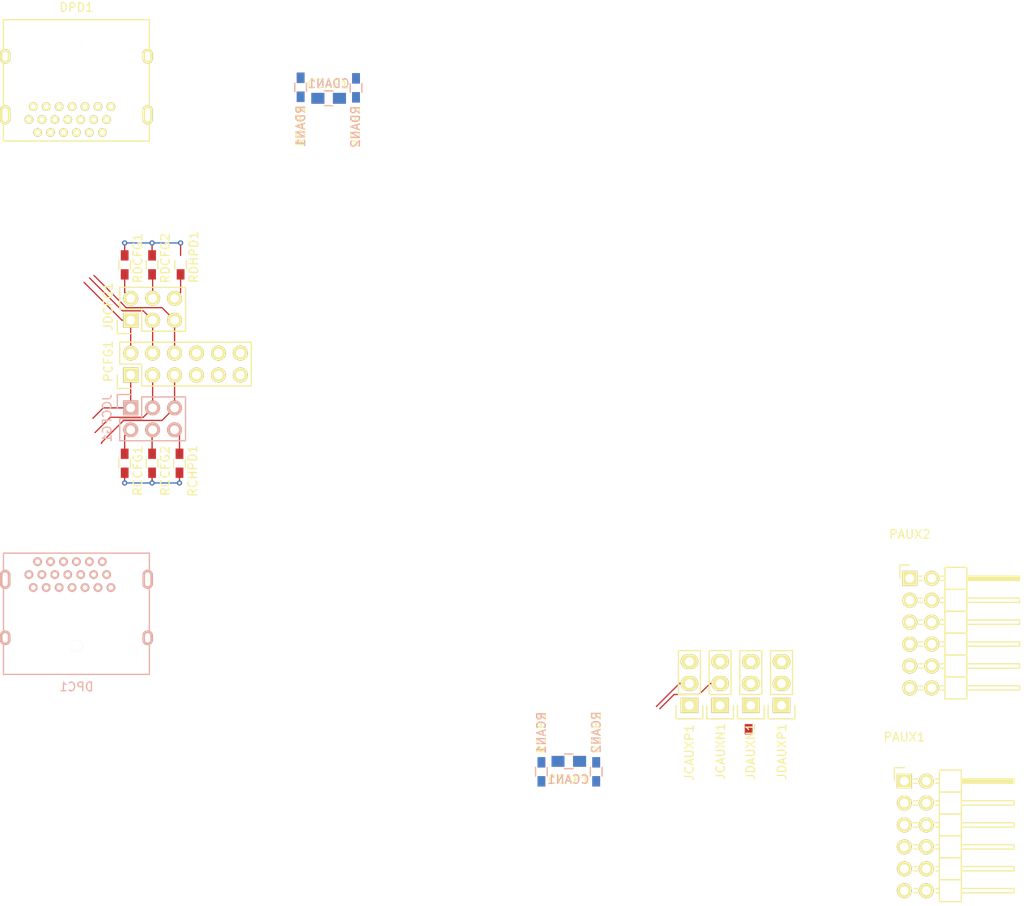
<source format=kicad_pcb>
(kicad_pcb (version 4) (host pcbnew 0.201506030104+5696~23~ubuntu14.04.1-product)

  (general
    (links 94)
    (no_connects 80)
    (area 0 0 0 0)
    (thickness 1.6)
    (drawings 0)
    (tracks 60)
    (zones 0)
    (modules 29)
    (nets 43)
  )

  (page A4)
  (layers
    (0 F.Cu signal)
    (31 B.Cu signal)
    (32 B.Adhes user)
    (33 F.Adhes user)
    (34 B.Paste user)
    (35 F.Paste user)
    (36 B.SilkS user)
    (37 F.SilkS user)
    (38 B.Mask user)
    (39 F.Mask user)
    (40 Dwgs.User user)
    (41 Cmts.User user)
    (42 Eco1.User user)
    (43 Eco2.User user)
    (44 Edge.Cuts user)
    (45 Margin user)
    (46 B.CrtYd user)
    (47 F.CrtYd user)
    (48 B.Fab user)
    (49 F.Fab user)
  )

  (setup
    (last_trace_width 0.15)
    (trace_clearance 0.15)
    (zone_clearance 0.508)
    (zone_45_only no)
    (trace_min 0.15)
    (segment_width 0.2)
    (edge_width 0.1)
    (via_size 0.6)
    (via_drill 0.3)
    (via_min_size 0.6)
    (via_min_drill 0.3)
    (uvia_size 0.3)
    (uvia_drill 0.1)
    (uvias_allowed no)
    (uvia_min_size 0.2)
    (uvia_min_drill 0.1)
    (pcb_text_width 0.3)
    (pcb_text_size 1.5 1.5)
    (mod_edge_width 0.15)
    (mod_text_size 1 1)
    (mod_text_width 0.15)
    (pad_size 1.5 1.5)
    (pad_drill 0.6)
    (pad_to_mask_clearance 0)
    (aux_axis_origin 0 0)
    (visible_elements FFFFFF7F)
    (pcbplotparams
      (layerselection 0x00030_80000001)
      (usegerberextensions false)
      (excludeedgelayer true)
      (linewidth 0.100000)
      (plotframeref false)
      (viasonmask false)
      (mode 1)
      (useauxorigin false)
      (hpglpennumber 1)
      (hpglpenspeed 20)
      (hpglpendiameter 15)
      (hpglpenoverlay 2)
      (psnegative false)
      (psa4output false)
      (plotreference true)
      (plotvalue true)
      (plotinvisibletext false)
      (padsonsilk false)
      (subtractmaskfromsilk false)
      (outputformat 1)
      (mirror false)
      (drillshape 1)
      (scaleselection 1)
      (outputdirectory ""))
  )

  (net 0 "")
  (net 1 /CAUX_N)
  (net 2 /CAUX_P)
  (net 3 /DAUX_N)
  (net 4 /DAUX_P)
  (net 5 /CCFG1)
  (net 6 /CCFG2)
  (net 7 /CHPD)
  (net 8 /DCFG1)
  (net 9 /DCFG2)
  (net 10 /DHPD)
  (net 11 GND)
  (net 12 VDD)
  (net 13 /ML3_N)
  (net 14 /ML3_P)
  (net 15 /ML2_N)
  (net 16 /ML2_P)
  (net 17 /ML1_N)
  (net 18 /ML1_P)
  (net 19 /ML0_N)
  (net 20 /ML0_P)
  (net 21 "Net-(CCAN1-Pad1)")
  (net 22 "Net-(CCAP1-Pad1)")
  (net 23 "Net-(CDAN1-Pad2)")
  (net 24 "Net-(CDAP1-Pad2)")
  (net 25 "Net-(JCCFG1-Pad2)")
  (net 26 "Net-(JCCFG1-Pad4)")
  (net 27 "Net-(JCCFG1-Pad6)")
  (net 28 "Net-(JDCFG1-Pad2)")
  (net 29 "Net-(JDCFG1-Pad4)")
  (net 30 "Net-(JDCFG1-Pad6)")
  (net 31 /CAUX1_P)
  (net 32 /DAUX1_P)
  (net 33 /CAUX1_N)
  (net 34 /DAUX1_N)
  (net 35 "Net-(PAUX1-Pad5)")
  (net 36 "Net-(PAUX1-Pad6)")
  (net 37 /CAUX2_RX_P)
  (net 38 /DAUX2_RX_P)
  (net 39 /CAUX2_RX_N)
  (net 40 /DAUX2_RX_N)
  (net 41 "Net-(PCFG1-Pad7)")
  (net 42 "Net-(PCFG1-Pad8)")

  (net_class Default "This is the default net class."
    (clearance 0.15)
    (trace_width 0.15)
    (via_dia 0.6)
    (via_drill 0.3)
    (uvia_dia 0.3)
    (uvia_drill 0.1)
    (add_net /CAUX1_N)
    (add_net /CAUX1_P)
    (add_net /CAUX2_RX_N)
    (add_net /CAUX2_RX_P)
    (add_net /CAUX_N)
    (add_net /CAUX_P)
    (add_net /CCFG1)
    (add_net /CCFG2)
    (add_net /CHPD)
    (add_net /DAUX1_N)
    (add_net /DAUX1_P)
    (add_net /DAUX2_RX_N)
    (add_net /DAUX2_RX_P)
    (add_net /DAUX_N)
    (add_net /DAUX_P)
    (add_net /DCFG1)
    (add_net /DCFG2)
    (add_net /DHPD)
    (add_net /ML0_N)
    (add_net /ML0_P)
    (add_net /ML1_N)
    (add_net /ML1_P)
    (add_net /ML2_N)
    (add_net /ML2_P)
    (add_net /ML3_N)
    (add_net /ML3_P)
    (add_net GND)
    (add_net "Net-(CCAN1-Pad1)")
    (add_net "Net-(CCAP1-Pad1)")
    (add_net "Net-(CDAN1-Pad2)")
    (add_net "Net-(CDAP1-Pad2)")
    (add_net "Net-(JCCFG1-Pad2)")
    (add_net "Net-(JCCFG1-Pad4)")
    (add_net "Net-(JCCFG1-Pad6)")
    (add_net "Net-(JDCFG1-Pad2)")
    (add_net "Net-(JDCFG1-Pad4)")
    (add_net "Net-(JDCFG1-Pad6)")
    (add_net "Net-(PAUX1-Pad5)")
    (add_net "Net-(PAUX1-Pad6)")
    (add_net "Net-(PCFG1-Pad7)")
    (add_net "Net-(PCFG1-Pad8)")
    (add_net VDD)
  )

  (module Capacitors_SMD:C_0805_HandSoldering (layer B.Cu) (tedit 557C1800) (tstamp 557C1128)
    (at 88.265 106.68 180)
    (descr "Capacitor SMD 0805, hand soldering")
    (tags "capacitor 0805")
    (path /557C4D19)
    (attr smd)
    (fp_text reference CCAN1 (at 0.0635 -2.0955 180) (layer B.SilkS)
      (effects (font (size 1 1) (thickness 0.15)) (justify mirror))
    )
    (fp_text value C (at 0 -2.1 180) (layer B.Fab) hide
      (effects (font (size 1 1) (thickness 0.15)) (justify mirror))
    )
    (fp_line (start -2.3 1) (end 2.3 1) (layer B.CrtYd) (width 0.05))
    (fp_line (start -2.3 -1) (end 2.3 -1) (layer B.CrtYd) (width 0.05))
    (fp_line (start -2.3 1) (end -2.3 -1) (layer B.CrtYd) (width 0.05))
    (fp_line (start 2.3 1) (end 2.3 -1) (layer B.CrtYd) (width 0.05))
    (fp_line (start 0.5 0.85) (end -0.5 0.85) (layer B.SilkS) (width 0.15))
    (fp_line (start -0.5 -0.85) (end 0.5 -0.85) (layer B.SilkS) (width 0.15))
    (pad 1 smd rect (at -1.25 0 180) (size 1.5 1.25) (layers B.Cu B.Paste B.Mask)
      (net 21 "Net-(CCAN1-Pad1)"))
    (pad 2 smd rect (at 1.25 0 180) (size 1.5 1.25) (layers B.Cu B.Paste B.Mask)
      (net 1 /CAUX_N))
    (model Capacitors_SMD.3dshapes/C_0805_HandSoldering.wrl
      (at (xyz 0 0 0))
      (scale (xyz 1 1 1))
      (rotate (xyz 0 0 0))
    )
  )

  (module Capacitors_SMD:C_0805_HandSoldering (layer F.Cu) (tedit 557C16FC) (tstamp 557C112E)
    (at 88.265 106.68 180)
    (descr "Capacitor SMD 0805, hand soldering")
    (tags "capacitor 0805")
    (path /557C4C4E)
    (attr smd)
    (fp_text reference CCAP1 (at 0 -2.1 180) (layer F.SilkS)
      (effects (font (size 1 1) (thickness 0.15)))
    )
    (fp_text value C (at 0 2.1 180) (layer F.Fab) hide
      (effects (font (size 1 1) (thickness 0.15)))
    )
    (fp_line (start -2.3 -1) (end 2.3 -1) (layer F.CrtYd) (width 0.05))
    (fp_line (start -2.3 1) (end 2.3 1) (layer F.CrtYd) (width 0.05))
    (fp_line (start -2.3 -1) (end -2.3 1) (layer F.CrtYd) (width 0.05))
    (fp_line (start 2.3 -1) (end 2.3 1) (layer F.CrtYd) (width 0.05))
    (fp_line (start 0.5 -0.85) (end -0.5 -0.85) (layer F.SilkS) (width 0.15))
    (fp_line (start -0.5 0.85) (end 0.5 0.85) (layer F.SilkS) (width 0.15))
    (pad 1 smd rect (at -1.25 0 180) (size 1.5 1.25) (layers F.Cu F.Paste F.Mask)
      (net 22 "Net-(CCAP1-Pad1)"))
    (pad 2 smd rect (at 1.25 0 180) (size 1.5 1.25) (layers F.Cu F.Paste F.Mask)
      (net 2 /CAUX_P))
    (model Capacitors_SMD.3dshapes/C_0805_HandSoldering.wrl
      (at (xyz 0 0 0))
      (scale (xyz 1 1 1))
      (rotate (xyz 0 0 0))
    )
  )

  (module Capacitors_SMD:C_0805_HandSoldering (layer B.Cu) (tedit 557C1607) (tstamp 557C1134)
    (at 60.452 29.845)
    (descr "Capacitor SMD 0805, hand soldering")
    (tags "capacitor 0805")
    (path /557C6A13)
    (attr smd)
    (fp_text reference CDAN1 (at 0 -1.7145) (layer B.SilkS)
      (effects (font (size 1 1) (thickness 0.15)) (justify mirror))
    )
    (fp_text value C (at 0 -2.1) (layer B.Fab) hide
      (effects (font (size 1 1) (thickness 0.15)) (justify mirror))
    )
    (fp_line (start -2.3 1) (end 2.3 1) (layer B.CrtYd) (width 0.05))
    (fp_line (start -2.3 -1) (end 2.3 -1) (layer B.CrtYd) (width 0.05))
    (fp_line (start -2.3 1) (end -2.3 -1) (layer B.CrtYd) (width 0.05))
    (fp_line (start 2.3 1) (end 2.3 -1) (layer B.CrtYd) (width 0.05))
    (fp_line (start 0.5 0.85) (end -0.5 0.85) (layer B.SilkS) (width 0.15))
    (fp_line (start -0.5 -0.85) (end 0.5 -0.85) (layer B.SilkS) (width 0.15))
    (pad 1 smd rect (at -1.25 0) (size 1.5 1.25) (layers B.Cu B.Paste B.Mask)
      (net 3 /DAUX_N))
    (pad 2 smd rect (at 1.25 0) (size 1.5 1.25) (layers B.Cu B.Paste B.Mask)
      (net 23 "Net-(CDAN1-Pad2)"))
    (model Capacitors_SMD.3dshapes/C_0805_HandSoldering.wrl
      (at (xyz 0 0 0))
      (scale (xyz 1 1 1))
      (rotate (xyz 0 0 0))
    )
  )

  (module Capacitors_SMD:C_0805_HandSoldering (layer F.Cu) (tedit 557C160E) (tstamp 557C113A)
    (at 60.452 29.845)
    (descr "Capacitor SMD 0805, hand soldering")
    (tags "capacitor 0805")
    (path /557C6A0D)
    (attr smd)
    (fp_text reference CDAP1 (at -0.0635 -1.651) (layer F.SilkS)
      (effects (font (size 1 1) (thickness 0.15)))
    )
    (fp_text value C (at 0 2.1) (layer F.Fab) hide
      (effects (font (size 1 1) (thickness 0.15)))
    )
    (fp_line (start -2.3 -1) (end 2.3 -1) (layer F.CrtYd) (width 0.05))
    (fp_line (start -2.3 1) (end 2.3 1) (layer F.CrtYd) (width 0.05))
    (fp_line (start -2.3 -1) (end -2.3 1) (layer F.CrtYd) (width 0.05))
    (fp_line (start 2.3 -1) (end 2.3 1) (layer F.CrtYd) (width 0.05))
    (fp_line (start 0.5 -0.85) (end -0.5 -0.85) (layer F.SilkS) (width 0.15))
    (fp_line (start -0.5 0.85) (end 0.5 0.85) (layer F.SilkS) (width 0.15))
    (pad 1 smd rect (at -1.25 0) (size 1.5 1.25) (layers F.Cu F.Paste F.Mask)
      (net 4 /DAUX_P))
    (pad 2 smd rect (at 1.25 0) (size 1.5 1.25) (layers F.Cu F.Paste F.Mask)
      (net 24 "Net-(CDAP1-Pad2)"))
    (model Capacitors_SMD.3dshapes/C_0805_HandSoldering.wrl
      (at (xyz 0 0 0))
      (scale (xyz 1 1 1))
      (rotate (xyz 0 0 0))
    )
  )

  (module Pin_Headers:Pin_Header_Straight_2x06 (layer F.Cu) (tedit 557EC3E6) (tstamp 557C116E)
    (at 37.5285 61.9125 90)
    (descr "Through hole pin header")
    (tags "pin header")
    (path /557C0681)
    (fp_text reference PCFG1 (at 1.5875 -2.6035 90) (layer F.SilkS)
      (effects (font (size 1 1) (thickness 0.15)))
    )
    (fp_text value CONN_02X06 (at 0 -3.1 90) (layer F.Fab) hide
      (effects (font (size 1 1) (thickness 0.15)))
    )
    (fp_line (start -1.75 -1.75) (end -1.75 14.45) (layer F.CrtYd) (width 0.05))
    (fp_line (start 4.3 -1.75) (end 4.3 14.45) (layer F.CrtYd) (width 0.05))
    (fp_line (start -1.75 -1.75) (end 4.3 -1.75) (layer F.CrtYd) (width 0.05))
    (fp_line (start -1.75 14.45) (end 4.3 14.45) (layer F.CrtYd) (width 0.05))
    (fp_line (start 3.81 13.97) (end 3.81 -1.27) (layer F.SilkS) (width 0.15))
    (fp_line (start -1.27 1.27) (end -1.27 13.97) (layer F.SilkS) (width 0.15))
    (fp_line (start 3.81 13.97) (end -1.27 13.97) (layer F.SilkS) (width 0.15))
    (fp_line (start 3.81 -1.27) (end 1.27 -1.27) (layer F.SilkS) (width 0.15))
    (fp_line (start 0 -1.55) (end -1.55 -1.55) (layer F.SilkS) (width 0.15))
    (fp_line (start 1.27 -1.27) (end 1.27 1.27) (layer F.SilkS) (width 0.15))
    (fp_line (start 1.27 1.27) (end -1.27 1.27) (layer F.SilkS) (width 0.15))
    (fp_line (start -1.55 -1.55) (end -1.55 0) (layer F.SilkS) (width 0.15))
    (pad 1 thru_hole rect (at 0 0 90) (size 1.7272 1.7272) (drill 1.016) (layers *.Cu *.Mask F.SilkS)
      (net 5 /CCFG1))
    (pad 2 thru_hole oval (at 2.54 0 90) (size 1.7272 1.7272) (drill 1.016) (layers *.Cu *.Mask F.SilkS)
      (net 8 /DCFG1))
    (pad 3 thru_hole oval (at 0 2.54 90) (size 1.7272 1.7272) (drill 1.016) (layers *.Cu *.Mask F.SilkS)
      (net 6 /CCFG2))
    (pad 4 thru_hole oval (at 2.54 2.54 90) (size 1.7272 1.7272) (drill 1.016) (layers *.Cu *.Mask F.SilkS)
      (net 9 /DCFG2))
    (pad 5 thru_hole oval (at 0 5.08 90) (size 1.7272 1.7272) (drill 1.016) (layers *.Cu *.Mask F.SilkS)
      (net 7 /CHPD))
    (pad 6 thru_hole oval (at 2.54 5.08 90) (size 1.7272 1.7272) (drill 1.016) (layers *.Cu *.Mask F.SilkS)
      (net 10 /DHPD))
    (pad 7 thru_hole oval (at 0 7.62 90) (size 1.7272 1.7272) (drill 1.016) (layers *.Cu *.Mask F.SilkS)
      (net 41 "Net-(PCFG1-Pad7)"))
    (pad 8 thru_hole oval (at 2.54 7.62 90) (size 1.7272 1.7272) (drill 1.016) (layers *.Cu *.Mask F.SilkS)
      (net 42 "Net-(PCFG1-Pad8)"))
    (pad 9 thru_hole oval (at 0 10.16 90) (size 1.7272 1.7272) (drill 1.016) (layers *.Cu *.Mask F.SilkS)
      (net 11 GND))
    (pad 10 thru_hole oval (at 2.54 10.16 90) (size 1.7272 1.7272) (drill 1.016) (layers *.Cu *.Mask F.SilkS)
      (net 11 GND))
    (pad 11 thru_hole oval (at 0 12.7 90) (size 1.7272 1.7272) (drill 1.016) (layers *.Cu *.Mask F.SilkS)
      (net 12 VDD))
    (pad 12 thru_hole oval (at 2.54 12.7 90) (size 1.7272 1.7272) (drill 1.016) (layers *.Cu *.Mask F.SilkS)
      (net 12 VDD))
    (model Pin_Headers.3dshapes/Pin_Header_Straight_2x06.wrl
      (at (xyz 0.05 -0.25 0))
      (scale (xyz 1 1 1))
      (rotate (xyz 0 0 90))
    )
  )

  (module Resistors_SMD:R_0603_HandSoldering (layer B.Cu) (tedit 557C17F0) (tstamp 557C1174)
    (at 85.09 107.8865 90)
    (descr "Resistor SMD 0603, hand soldering")
    (tags "resistor 0603")
    (path /557C4ADA)
    (attr smd)
    (fp_text reference RCAN1 (at 4.5085 0 90) (layer B.SilkS)
      (effects (font (size 1 1) (thickness 0.15)) (justify mirror))
    )
    (fp_text value 100K (at -4.064 0 90) (layer B.Fab)
      (effects (font (size 1 1) (thickness 0.15)) (justify mirror))
    )
    (fp_line (start -2 0.8) (end 2 0.8) (layer B.CrtYd) (width 0.05))
    (fp_line (start -2 -0.8) (end 2 -0.8) (layer B.CrtYd) (width 0.05))
    (fp_line (start -2 0.8) (end -2 -0.8) (layer B.CrtYd) (width 0.05))
    (fp_line (start 2 0.8) (end 2 -0.8) (layer B.CrtYd) (width 0.05))
    (fp_line (start 0.5 -0.675) (end -0.5 -0.675) (layer B.SilkS) (width 0.15))
    (fp_line (start -0.5 0.675) (end 0.5 0.675) (layer B.SilkS) (width 0.15))
    (pad 1 smd rect (at -1.1 0 90) (size 1.2 0.9) (layers B.Cu B.Paste B.Mask)
      (net 12 VDD))
    (pad 2 smd rect (at 1.1 0 90) (size 1.2 0.9) (layers B.Cu B.Paste B.Mask)
      (net 1 /CAUX_N))
    (model Resistors_SMD.3dshapes/R_0603_HandSoldering.wrl
      (at (xyz 0 0 0))
      (scale (xyz 1 1 1))
      (rotate (xyz 0 0 0))
    )
  )

  (module Resistors_SMD:R_0603_HandSoldering (layer B.Cu) (tedit 557C180F) (tstamp 557C117A)
    (at 91.44 107.8865 90)
    (descr "Resistor SMD 0603, hand soldering")
    (tags "resistor 0603")
    (path /557C4BC4)
    (attr smd)
    (fp_text reference RCAN2 (at 4.572 0 90) (layer B.SilkS)
      (effects (font (size 1 1) (thickness 0.15)) (justify mirror))
    )
    (fp_text value 50 (at 0 -1.9 90) (layer B.Fab)
      (effects (font (size 1 1) (thickness 0.15)) (justify mirror))
    )
    (fp_line (start -2 0.8) (end 2 0.8) (layer B.CrtYd) (width 0.05))
    (fp_line (start -2 -0.8) (end 2 -0.8) (layer B.CrtYd) (width 0.05))
    (fp_line (start -2 0.8) (end -2 -0.8) (layer B.CrtYd) (width 0.05))
    (fp_line (start 2 0.8) (end 2 -0.8) (layer B.CrtYd) (width 0.05))
    (fp_line (start 0.5 -0.675) (end -0.5 -0.675) (layer B.SilkS) (width 0.15))
    (fp_line (start -0.5 0.675) (end 0.5 0.675) (layer B.SilkS) (width 0.15))
    (pad 1 smd rect (at -1.1 0 90) (size 1.2 0.9) (layers B.Cu B.Paste B.Mask)
      (net 12 VDD))
    (pad 2 smd rect (at 1.1 0 90) (size 1.2 0.9) (layers B.Cu B.Paste B.Mask)
      (net 21 "Net-(CCAN1-Pad1)"))
    (model Resistors_SMD.3dshapes/R_0603_HandSoldering.wrl
      (at (xyz 0 0 0))
      (scale (xyz 1 1 1))
      (rotate (xyz 0 0 0))
    )
  )

  (module Resistors_SMD:R_0603_HandSoldering (layer F.Cu) (tedit 557C17F8) (tstamp 557C1180)
    (at 85.09 107.8865 270)
    (descr "Resistor SMD 0603, hand soldering")
    (tags "resistor 0603")
    (path /557C4A36)
    (attr smd)
    (fp_text reference RCAP1 (at -4.5085 0 270) (layer F.SilkS)
      (effects (font (size 1 1) (thickness 0.15)))
    )
    (fp_text value 100K (at 4.064 0 270) (layer F.Fab)
      (effects (font (size 1 1) (thickness 0.15)))
    )
    (fp_line (start -2 -0.8) (end 2 -0.8) (layer F.CrtYd) (width 0.05))
    (fp_line (start -2 0.8) (end 2 0.8) (layer F.CrtYd) (width 0.05))
    (fp_line (start -2 -0.8) (end -2 0.8) (layer F.CrtYd) (width 0.05))
    (fp_line (start 2 -0.8) (end 2 0.8) (layer F.CrtYd) (width 0.05))
    (fp_line (start 0.5 0.675) (end -0.5 0.675) (layer F.SilkS) (width 0.15))
    (fp_line (start -0.5 -0.675) (end 0.5 -0.675) (layer F.SilkS) (width 0.15))
    (pad 1 smd rect (at -1.1 0 270) (size 1.2 0.9) (layers F.Cu F.Paste F.Mask)
      (net 2 /CAUX_P))
    (pad 2 smd rect (at 1.1 0 270) (size 1.2 0.9) (layers F.Cu F.Paste F.Mask)
      (net 12 VDD))
    (model Resistors_SMD.3dshapes/R_0603_HandSoldering.wrl
      (at (xyz 0 0 0))
      (scale (xyz 1 1 1))
      (rotate (xyz 0 0 0))
    )
  )

  (module Resistors_SMD:R_0603_HandSoldering (layer F.Cu) (tedit 557C180A) (tstamp 557C1186)
    (at 91.44 107.8865 270)
    (descr "Resistor SMD 0603, hand soldering")
    (tags "resistor 0603")
    (path /557C4B50)
    (attr smd)
    (fp_text reference RCAP2 (at -4.5085 0 270) (layer F.SilkS)
      (effects (font (size 1 1) (thickness 0.15)))
    )
    (fp_text value 50 (at 0 1.9 270) (layer F.Fab)
      (effects (font (size 1 1) (thickness 0.15)))
    )
    (fp_line (start -2 -0.8) (end 2 -0.8) (layer F.CrtYd) (width 0.05))
    (fp_line (start -2 0.8) (end 2 0.8) (layer F.CrtYd) (width 0.05))
    (fp_line (start -2 -0.8) (end -2 0.8) (layer F.CrtYd) (width 0.05))
    (fp_line (start 2 -0.8) (end 2 0.8) (layer F.CrtYd) (width 0.05))
    (fp_line (start 0.5 0.675) (end -0.5 0.675) (layer F.SilkS) (width 0.15))
    (fp_line (start -0.5 -0.675) (end 0.5 -0.675) (layer F.SilkS) (width 0.15))
    (pad 1 smd rect (at -1.1 0 270) (size 1.2 0.9) (layers F.Cu F.Paste F.Mask)
      (net 22 "Net-(CCAP1-Pad1)"))
    (pad 2 smd rect (at 1.1 0 270) (size 1.2 0.9) (layers F.Cu F.Paste F.Mask)
      (net 12 VDD))
    (model Resistors_SMD.3dshapes/R_0603_HandSoldering.wrl
      (at (xyz 0 0 0))
      (scale (xyz 1 1 1))
      (rotate (xyz 0 0 0))
    )
  )

  (module Resistors_SMD:R_0603_HandSoldering (layer F.Cu) (tedit 557EC713) (tstamp 557C118C)
    (at 36.83 72.136 90)
    (descr "Resistor SMD 0603, hand soldering")
    (tags "resistor 0603")
    (path /557C25E8)
    (attr smd)
    (fp_text reference RCCFG1 (at -0.889 1.524 270) (layer F.SilkS)
      (effects (font (size 1 1) (thickness 0.15)))
    )
    (fp_text value 1M (at -3.175 0 90) (layer F.Fab)
      (effects (font (size 1 1) (thickness 0.15)))
    )
    (fp_line (start -2 -0.8) (end 2 -0.8) (layer F.CrtYd) (width 0.05))
    (fp_line (start -2 0.8) (end 2 0.8) (layer F.CrtYd) (width 0.05))
    (fp_line (start -2 -0.8) (end -2 0.8) (layer F.CrtYd) (width 0.05))
    (fp_line (start 2 -0.8) (end 2 0.8) (layer F.CrtYd) (width 0.05))
    (fp_line (start 0.5 0.675) (end -0.5 0.675) (layer F.SilkS) (width 0.15))
    (fp_line (start -0.5 -0.675) (end 0.5 -0.675) (layer F.SilkS) (width 0.15))
    (pad 1 smd rect (at -1.1 0 90) (size 1.2 0.9) (layers F.Cu F.Paste F.Mask)
      (net 11 GND))
    (pad 2 smd rect (at 1.1 0 90) (size 1.2 0.9) (layers F.Cu F.Paste F.Mask)
      (net 25 "Net-(JCCFG1-Pad2)"))
    (model Resistors_SMD.3dshapes/R_0603_HandSoldering.wrl
      (at (xyz 0 0 0))
      (scale (xyz 1 1 1))
      (rotate (xyz 0 0 0))
    )
  )

  (module Resistors_SMD:R_0603_HandSoldering (layer F.Cu) (tedit 557EC710) (tstamp 557C1192)
    (at 40.005 72.136 90)
    (descr "Resistor SMD 0603, hand soldering")
    (tags "resistor 0603")
    (path /557C25F4)
    (attr smd)
    (fp_text reference RCCFG2 (at -0.889 1.524 270) (layer F.SilkS)
      (effects (font (size 1 1) (thickness 0.15)))
    )
    (fp_text value 5M (at -3.175 -0.127 90) (layer F.Fab)
      (effects (font (size 1 1) (thickness 0.15)))
    )
    (fp_line (start -2 -0.8) (end 2 -0.8) (layer F.CrtYd) (width 0.05))
    (fp_line (start -2 0.8) (end 2 0.8) (layer F.CrtYd) (width 0.05))
    (fp_line (start -2 -0.8) (end -2 0.8) (layer F.CrtYd) (width 0.05))
    (fp_line (start 2 -0.8) (end 2 0.8) (layer F.CrtYd) (width 0.05))
    (fp_line (start 0.5 0.675) (end -0.5 0.675) (layer F.SilkS) (width 0.15))
    (fp_line (start -0.5 -0.675) (end 0.5 -0.675) (layer F.SilkS) (width 0.15))
    (pad 1 smd rect (at -1.1 0 90) (size 1.2 0.9) (layers F.Cu F.Paste F.Mask)
      (net 11 GND))
    (pad 2 smd rect (at 1.1 0 90) (size 1.2 0.9) (layers F.Cu F.Paste F.Mask)
      (net 26 "Net-(JCCFG1-Pad4)"))
    (model Resistors_SMD.3dshapes/R_0603_HandSoldering.wrl
      (at (xyz 0 0 0))
      (scale (xyz 1 1 1))
      (rotate (xyz 0 0 0))
    )
  )

  (module Resistors_SMD:R_0603_HandSoldering (layer F.Cu) (tedit 557EC709) (tstamp 557C1198)
    (at 43.18 72.136 90)
    (descr "Resistor SMD 0603, hand soldering")
    (tags "resistor 0603")
    (path /557C25FA)
    (attr smd)
    (fp_text reference RCHPD1 (at -0.889 1.524 90) (layer F.SilkS)
      (effects (font (size 1 1) (thickness 0.15)))
    )
    (fp_text value 100K (at -3.937 0.127 90) (layer F.Fab)
      (effects (font (size 1 1) (thickness 0.15)))
    )
    (fp_line (start -2 -0.8) (end 2 -0.8) (layer F.CrtYd) (width 0.05))
    (fp_line (start -2 0.8) (end 2 0.8) (layer F.CrtYd) (width 0.05))
    (fp_line (start -2 -0.8) (end -2 0.8) (layer F.CrtYd) (width 0.05))
    (fp_line (start 2 -0.8) (end 2 0.8) (layer F.CrtYd) (width 0.05))
    (fp_line (start 0.5 0.675) (end -0.5 0.675) (layer F.SilkS) (width 0.15))
    (fp_line (start -0.5 -0.675) (end 0.5 -0.675) (layer F.SilkS) (width 0.15))
    (pad 1 smd rect (at -1.1 0 90) (size 1.2 0.9) (layers F.Cu F.Paste F.Mask)
      (net 11 GND))
    (pad 2 smd rect (at 1.1 0 90) (size 1.2 0.9) (layers F.Cu F.Paste F.Mask)
      (net 27 "Net-(JCCFG1-Pad6)"))
    (model Resistors_SMD.3dshapes/R_0603_HandSoldering.wrl
      (at (xyz 0 0 0))
      (scale (xyz 1 1 1))
      (rotate (xyz 0 0 0))
    )
  )

  (module Resistors_SMD:R_0603_HandSoldering (layer B.Cu) (tedit 557C17CB) (tstamp 557C119E)
    (at 57.2135 28.575 270)
    (descr "Resistor SMD 0603, hand soldering")
    (tags "resistor 0603")
    (path /557C6A07)
    (attr smd)
    (fp_text reference RDAN1 (at 4.5085 0 270) (layer B.SilkS)
      (effects (font (size 1 1) (thickness 0.15)) (justify mirror))
    )
    (fp_text value 10K (at -3.4925 0 270) (layer B.Fab)
      (effects (font (size 1 1) (thickness 0.15)) (justify mirror))
    )
    (fp_line (start -2 0.8) (end 2 0.8) (layer B.CrtYd) (width 0.05))
    (fp_line (start -2 -0.8) (end 2 -0.8) (layer B.CrtYd) (width 0.05))
    (fp_line (start -2 0.8) (end -2 -0.8) (layer B.CrtYd) (width 0.05))
    (fp_line (start 2 0.8) (end 2 -0.8) (layer B.CrtYd) (width 0.05))
    (fp_line (start 0.5 -0.675) (end -0.5 -0.675) (layer B.SilkS) (width 0.15))
    (fp_line (start -0.5 0.675) (end 0.5 0.675) (layer B.SilkS) (width 0.15))
    (pad 1 smd rect (at -1.1 0 270) (size 1.2 0.9) (layers B.Cu B.Paste B.Mask)
      (net 11 GND))
    (pad 2 smd rect (at 1.1 0 270) (size 1.2 0.9) (layers B.Cu B.Paste B.Mask)
      (net 3 /DAUX_N))
    (model Resistors_SMD.3dshapes/R_0603_HandSoldering.wrl
      (at (xyz 0 0 0))
      (scale (xyz 1 1 1))
      (rotate (xyz 0 0 0))
    )
  )

  (module Resistors_SMD:R_0603_HandSoldering (layer B.Cu) (tedit 557C179F) (tstamp 557C11A4)
    (at 63.627 28.6385 270)
    (descr "Resistor SMD 0603, hand soldering")
    (tags "resistor 0603")
    (path /557C69FB)
    (attr smd)
    (fp_text reference RDAN2 (at 4.5085 0.0635 270) (layer B.SilkS)
      (effects (font (size 1 1) (thickness 0.15)) (justify mirror))
    )
    (fp_text value 50 (at -2.921 0 270) (layer B.Fab)
      (effects (font (size 1 1) (thickness 0.15)) (justify mirror))
    )
    (fp_line (start -2 0.8) (end 2 0.8) (layer B.CrtYd) (width 0.05))
    (fp_line (start -2 -0.8) (end 2 -0.8) (layer B.CrtYd) (width 0.05))
    (fp_line (start -2 0.8) (end -2 -0.8) (layer B.CrtYd) (width 0.05))
    (fp_line (start 2 0.8) (end 2 -0.8) (layer B.CrtYd) (width 0.05))
    (fp_line (start 0.5 -0.675) (end -0.5 -0.675) (layer B.SilkS) (width 0.15))
    (fp_line (start -0.5 0.675) (end 0.5 0.675) (layer B.SilkS) (width 0.15))
    (pad 1 smd rect (at -1.1 0 270) (size 1.2 0.9) (layers B.Cu B.Paste B.Mask)
      (net 12 VDD))
    (pad 2 smd rect (at 1.1 0 270) (size 1.2 0.9) (layers B.Cu B.Paste B.Mask)
      (net 23 "Net-(CDAN1-Pad2)"))
    (model Resistors_SMD.3dshapes/R_0603_HandSoldering.wrl
      (at (xyz 0 0 0))
      (scale (xyz 1 1 1))
      (rotate (xyz 0 0 0))
    )
  )

  (module Resistors_SMD:R_0603_HandSoldering (layer F.Cu) (tedit 557C17D0) (tstamp 557C11AA)
    (at 57.2135 28.575 90)
    (descr "Resistor SMD 0603, hand soldering")
    (tags "resistor 0603")
    (path /557C6A01)
    (attr smd)
    (fp_text reference RDAP1 (at -4.445 0 90) (layer F.SilkS)
      (effects (font (size 1 1) (thickness 0.15)))
    )
    (fp_text value 10K (at 3.4925 0 90) (layer F.Fab)
      (effects (font (size 1 1) (thickness 0.15)))
    )
    (fp_line (start -2 -0.8) (end 2 -0.8) (layer F.CrtYd) (width 0.05))
    (fp_line (start -2 0.8) (end 2 0.8) (layer F.CrtYd) (width 0.05))
    (fp_line (start -2 -0.8) (end -2 0.8) (layer F.CrtYd) (width 0.05))
    (fp_line (start 2 -0.8) (end 2 0.8) (layer F.CrtYd) (width 0.05))
    (fp_line (start 0.5 0.675) (end -0.5 0.675) (layer F.SilkS) (width 0.15))
    (fp_line (start -0.5 -0.675) (end 0.5 -0.675) (layer F.SilkS) (width 0.15))
    (pad 1 smd rect (at -1.1 0 90) (size 1.2 0.9) (layers F.Cu F.Paste F.Mask)
      (net 4 /DAUX_P))
    (pad 2 smd rect (at 1.1 0 90) (size 1.2 0.9) (layers F.Cu F.Paste F.Mask)
      (net 11 GND))
    (model Resistors_SMD.3dshapes/R_0603_HandSoldering.wrl
      (at (xyz 0 0 0))
      (scale (xyz 1 1 1))
      (rotate (xyz 0 0 0))
    )
  )

  (module Resistors_SMD:R_0603_HandSoldering (layer F.Cu) (tedit 557C17A3) (tstamp 557C11B0)
    (at 63.627 28.6385 90)
    (descr "Resistor SMD 0603, hand soldering")
    (tags "resistor 0603")
    (path /557C69F5)
    (attr smd)
    (fp_text reference RDAP2 (at -4.5085 -0.0635 90) (layer F.SilkS)
      (effects (font (size 1 1) (thickness 0.15)))
    )
    (fp_text value 50 (at 2.921 0 90) (layer F.Fab)
      (effects (font (size 1 1) (thickness 0.15)))
    )
    (fp_line (start -2 -0.8) (end 2 -0.8) (layer F.CrtYd) (width 0.05))
    (fp_line (start -2 0.8) (end 2 0.8) (layer F.CrtYd) (width 0.05))
    (fp_line (start -2 -0.8) (end -2 0.8) (layer F.CrtYd) (width 0.05))
    (fp_line (start 2 -0.8) (end 2 0.8) (layer F.CrtYd) (width 0.05))
    (fp_line (start 0.5 0.675) (end -0.5 0.675) (layer F.SilkS) (width 0.15))
    (fp_line (start -0.5 -0.675) (end 0.5 -0.675) (layer F.SilkS) (width 0.15))
    (pad 1 smd rect (at -1.1 0 90) (size 1.2 0.9) (layers F.Cu F.Paste F.Mask)
      (net 24 "Net-(CDAP1-Pad2)"))
    (pad 2 smd rect (at 1.1 0 90) (size 1.2 0.9) (layers F.Cu F.Paste F.Mask)
      (net 12 VDD))
    (model Resistors_SMD.3dshapes/R_0603_HandSoldering.wrl
      (at (xyz 0 0 0))
      (scale (xyz 1 1 1))
      (rotate (xyz 0 0 0))
    )
  )

  (module Resistors_SMD:R_0603_HandSoldering (layer F.Cu) (tedit 557EC617) (tstamp 557C11B6)
    (at 36.83 49.149 270)
    (descr "Resistor SMD 0603, hand soldering")
    (tags "resistor 0603")
    (path /557C1AF8)
    (attr smd)
    (fp_text reference RDCFG1 (at -0.762 -1.524 450) (layer F.SilkS)
      (effects (font (size 1 1) (thickness 0.15)))
    )
    (fp_text value 1M (at -3.175 0 270) (layer F.Fab)
      (effects (font (size 1 1) (thickness 0.15)))
    )
    (fp_line (start -2 -0.8) (end 2 -0.8) (layer F.CrtYd) (width 0.05))
    (fp_line (start -2 0.8) (end 2 0.8) (layer F.CrtYd) (width 0.05))
    (fp_line (start -2 -0.8) (end -2 0.8) (layer F.CrtYd) (width 0.05))
    (fp_line (start 2 -0.8) (end 2 0.8) (layer F.CrtYd) (width 0.05))
    (fp_line (start 0.5 0.675) (end -0.5 0.675) (layer F.SilkS) (width 0.15))
    (fp_line (start -0.5 -0.675) (end 0.5 -0.675) (layer F.SilkS) (width 0.15))
    (pad 1 smd rect (at -1.1 0 270) (size 1.2 0.9) (layers F.Cu F.Paste F.Mask)
      (net 11 GND))
    (pad 2 smd rect (at 1.1 0 270) (size 1.2 0.9) (layers F.Cu F.Paste F.Mask)
      (net 28 "Net-(JDCFG1-Pad2)"))
    (model Resistors_SMD.3dshapes/R_0603_HandSoldering.wrl
      (at (xyz 0 0 0))
      (scale (xyz 1 1 1))
      (rotate (xyz 0 0 0))
    )
  )

  (module Resistors_SMD:R_0603_HandSoldering (layer F.Cu) (tedit 557EC60E) (tstamp 557C11BC)
    (at 40.005 49.149 270)
    (descr "Resistor SMD 0603, hand soldering")
    (tags "resistor 0603")
    (path /557C1BC9)
    (attr smd)
    (fp_text reference RDCFG2 (at -0.762 -1.524 450) (layer F.SilkS)
      (effects (font (size 1 1) (thickness 0.15)))
    )
    (fp_text value 5M (at -3.175 -0.127 450) (layer F.Fab)
      (effects (font (size 1 1) (thickness 0.15)))
    )
    (fp_line (start -2 -0.8) (end 2 -0.8) (layer F.CrtYd) (width 0.05))
    (fp_line (start -2 0.8) (end 2 0.8) (layer F.CrtYd) (width 0.05))
    (fp_line (start -2 -0.8) (end -2 0.8) (layer F.CrtYd) (width 0.05))
    (fp_line (start 2 -0.8) (end 2 0.8) (layer F.CrtYd) (width 0.05))
    (fp_line (start 0.5 0.675) (end -0.5 0.675) (layer F.SilkS) (width 0.15))
    (fp_line (start -0.5 -0.675) (end 0.5 -0.675) (layer F.SilkS) (width 0.15))
    (pad 1 smd rect (at -1.1 0 270) (size 1.2 0.9) (layers F.Cu F.Paste F.Mask)
      (net 11 GND))
    (pad 2 smd rect (at 1.1 0 270) (size 1.2 0.9) (layers F.Cu F.Paste F.Mask)
      (net 29 "Net-(JDCFG1-Pad4)"))
    (model Resistors_SMD.3dshapes/R_0603_HandSoldering.wrl
      (at (xyz 0 0 0))
      (scale (xyz 1 1 1))
      (rotate (xyz 0 0 0))
    )
  )

  (module Resistors_SMD:R_0603_HandSoldering (layer F.Cu) (tedit 557EC5F5) (tstamp 557C11C2)
    (at 43.307 49.149 270)
    (descr "Resistor SMD 0603, hand soldering")
    (tags "resistor 0603")
    (path /557C1C66)
    (attr smd)
    (fp_text reference RDHPD1 (at -0.889 -1.524 450) (layer F.SilkS)
      (effects (font (size 1 1) (thickness 0.15)))
    )
    (fp_text value 100K (at -4.191 0 450) (layer F.Fab)
      (effects (font (size 1 1) (thickness 0.15)))
    )
    (fp_line (start -2 -0.8) (end 2 -0.8) (layer F.CrtYd) (width 0.05))
    (fp_line (start -2 0.8) (end 2 0.8) (layer F.CrtYd) (width 0.05))
    (fp_line (start -2 -0.8) (end -2 0.8) (layer F.CrtYd) (width 0.05))
    (fp_line (start 2 -0.8) (end 2 0.8) (layer F.CrtYd) (width 0.05))
    (fp_line (start 0.5 0.675) (end -0.5 0.675) (layer F.SilkS) (width 0.15))
    (fp_line (start -0.5 -0.675) (end 0.5 -0.675) (layer F.SilkS) (width 0.15))
    (pad 1 smd rect (at 53.807 -65.786 270) (size 1.2 0.9) (layers F.Cu F.Paste F.Mask)
      (net 11 GND))
    (pad 2 smd rect (at 1.1 0 270) (size 1.2 0.9) (layers F.Cu F.Paste F.Mask)
      (net 30 "Net-(JDCFG1-Pad6)"))
    (model Resistors_SMD.3dshapes/R_0603_HandSoldering.wrl
      (at (xyz 0 0 0))
      (scale (xyz 1 1 1))
      (rotate (xyz 0 0 0))
    )
  )

  (module Pin_Headers:Pin_Header_Straight_2x03 (layer B.Cu) (tedit 557EC3EE) (tstamp 557C15BB)
    (at 37.5285 65.7225 270)
    (descr "Through hole pin header")
    (tags "pin header")
    (path /557C2606)
    (fp_text reference JCCFG1 (at 1.2065 2.7305 270) (layer B.SilkS)
      (effects (font (size 1 1) (thickness 0.15)) (justify mirror))
    )
    (fp_text value CONN_02X03 (at 0 3.1 270) (layer B.Fab) hide
      (effects (font (size 1 1) (thickness 0.15)) (justify mirror))
    )
    (fp_line (start -1.27 -1.27) (end -1.27 -6.35) (layer B.SilkS) (width 0.15))
    (fp_line (start -1.55 1.55) (end 0 1.55) (layer B.SilkS) (width 0.15))
    (fp_line (start -1.75 1.75) (end -1.75 -6.85) (layer B.CrtYd) (width 0.05))
    (fp_line (start 4.3 1.75) (end 4.3 -6.85) (layer B.CrtYd) (width 0.05))
    (fp_line (start -1.75 1.75) (end 4.3 1.75) (layer B.CrtYd) (width 0.05))
    (fp_line (start -1.75 -6.85) (end 4.3 -6.85) (layer B.CrtYd) (width 0.05))
    (fp_line (start 1.27 1.27) (end 1.27 -1.27) (layer B.SilkS) (width 0.15))
    (fp_line (start 1.27 -1.27) (end -1.27 -1.27) (layer B.SilkS) (width 0.15))
    (fp_line (start -1.27 -6.35) (end 3.81 -6.35) (layer B.SilkS) (width 0.15))
    (fp_line (start 3.81 -6.35) (end 3.81 -1.27) (layer B.SilkS) (width 0.15))
    (fp_line (start -1.55 1.55) (end -1.55 0) (layer B.SilkS) (width 0.15))
    (fp_line (start 3.81 1.27) (end 1.27 1.27) (layer B.SilkS) (width 0.15))
    (fp_line (start 3.81 -1.27) (end 3.81 1.27) (layer B.SilkS) (width 0.15))
    (pad 1 thru_hole rect (at 0 0 270) (size 1.7272 1.7272) (drill 1.016) (layers *.Cu *.Mask B.SilkS)
      (net 5 /CCFG1))
    (pad 2 thru_hole oval (at 2.54 0 270) (size 1.7272 1.7272) (drill 1.016) (layers *.Cu *.Mask B.SilkS)
      (net 25 "Net-(JCCFG1-Pad2)"))
    (pad 3 thru_hole oval (at 0 -2.54 270) (size 1.7272 1.7272) (drill 1.016) (layers *.Cu *.Mask B.SilkS)
      (net 6 /CCFG2))
    (pad 4 thru_hole oval (at 2.54 -2.54 270) (size 1.7272 1.7272) (drill 1.016) (layers *.Cu *.Mask B.SilkS)
      (net 26 "Net-(JCCFG1-Pad4)"))
    (pad 5 thru_hole oval (at 0 -5.08 270) (size 1.7272 1.7272) (drill 1.016) (layers *.Cu *.Mask B.SilkS)
      (net 7 /CHPD))
    (pad 6 thru_hole oval (at 2.54 -5.08 270) (size 1.7272 1.7272) (drill 1.016) (layers *.Cu *.Mask B.SilkS)
      (net 27 "Net-(JCCFG1-Pad6)"))
    (model Pin_Headers.3dshapes/Pin_Header_Straight_2x03.wrl
      (at (xyz 0.05 -0.1 0))
      (scale (xyz 1 1 1))
      (rotate (xyz 0 0 90))
    )
  )

  (module Pin_Headers:Pin_Header_Straight_2x03 (layer F.Cu) (tedit 557EC3DF) (tstamp 557C15C4)
    (at 37.5285 55.5625 90)
    (descr "Through hole pin header")
    (tags "pin header")
    (path /557C1F39)
    (fp_text reference JDCFG1 (at 1.5875 -2.6035 90) (layer F.SilkS)
      (effects (font (size 1 1) (thickness 0.15)))
    )
    (fp_text value CONN_02X03 (at 0 -3.1 90) (layer F.Fab) hide
      (effects (font (size 1 1) (thickness 0.15)))
    )
    (fp_line (start -1.27 1.27) (end -1.27 6.35) (layer F.SilkS) (width 0.15))
    (fp_line (start -1.55 -1.55) (end 0 -1.55) (layer F.SilkS) (width 0.15))
    (fp_line (start -1.75 -1.75) (end -1.75 6.85) (layer F.CrtYd) (width 0.05))
    (fp_line (start 4.3 -1.75) (end 4.3 6.85) (layer F.CrtYd) (width 0.05))
    (fp_line (start -1.75 -1.75) (end 4.3 -1.75) (layer F.CrtYd) (width 0.05))
    (fp_line (start -1.75 6.85) (end 4.3 6.85) (layer F.CrtYd) (width 0.05))
    (fp_line (start 1.27 -1.27) (end 1.27 1.27) (layer F.SilkS) (width 0.15))
    (fp_line (start 1.27 1.27) (end -1.27 1.27) (layer F.SilkS) (width 0.15))
    (fp_line (start -1.27 6.35) (end 3.81 6.35) (layer F.SilkS) (width 0.15))
    (fp_line (start 3.81 6.35) (end 3.81 1.27) (layer F.SilkS) (width 0.15))
    (fp_line (start -1.55 -1.55) (end -1.55 0) (layer F.SilkS) (width 0.15))
    (fp_line (start 3.81 -1.27) (end 1.27 -1.27) (layer F.SilkS) (width 0.15))
    (fp_line (start 3.81 1.27) (end 3.81 -1.27) (layer F.SilkS) (width 0.15))
    (pad 1 thru_hole rect (at 0 0 90) (size 1.7272 1.7272) (drill 1.016) (layers *.Cu *.Mask F.SilkS)
      (net 8 /DCFG1))
    (pad 2 thru_hole oval (at 2.54 0 90) (size 1.7272 1.7272) (drill 1.016) (layers *.Cu *.Mask F.SilkS)
      (net 28 "Net-(JDCFG1-Pad2)"))
    (pad 3 thru_hole oval (at 0 2.54 90) (size 1.7272 1.7272) (drill 1.016) (layers *.Cu *.Mask F.SilkS)
      (net 9 /DCFG2))
    (pad 4 thru_hole oval (at 2.54 2.54 90) (size 1.7272 1.7272) (drill 1.016) (layers *.Cu *.Mask F.SilkS)
      (net 29 "Net-(JDCFG1-Pad4)"))
    (pad 5 thru_hole oval (at 0 5.08 90) (size 1.7272 1.7272) (drill 1.016) (layers *.Cu *.Mask F.SilkS)
      (net 10 /DHPD))
    (pad 6 thru_hole oval (at 2.54 5.08 90) (size 1.7272 1.7272) (drill 1.016) (layers *.Cu *.Mask F.SilkS)
      (net 30 "Net-(JDCFG1-Pad6)"))
    (model Pin_Headers.3dshapes/Pin_Header_Straight_2x03.wrl
      (at (xyz 0.05 -0.1 0))
      (scale (xyz 1 1 1))
      (rotate (xyz 0 0 90))
    )
  )

  (module 2040204-1:2040210-1 (layer B.Cu) (tedit 557E56AE) (tstamp 557E5BD6)
    (at 31.242 90.043 180)
    (path /557BFC21)
    (fp_text reference DPC1 (at 0 -8 180) (layer B.SilkS)
      (effects (font (size 1 1) (thickness 0.15)) (justify mirror))
    )
    (fp_text value DISPLAY_PORT (at 0 8.6 180) (layer B.Fab)
      (effects (font (size 1 1) (thickness 0.15)) (justify mirror))
    )
    (fp_line (start 8.45 -6.6) (end 8.45 7.5) (layer B.SilkS) (width 0.15))
    (fp_line (start -8.45 7.5) (end -8.45 -6.5) (layer B.SilkS) (width 0.15))
    (fp_line (start -8.45 7.49) (end 8.45 7.49) (layer B.SilkS) (width 0.15))
    (fp_line (start -8.45 -6.56) (end 8.45 -6.56) (layer B.SilkS) (width 0.15))
    (pad "" np_thru_hole circle (at 0 -3.225 180) (size 1.4 1.4) (drill 1.4) (layers *.Cu *.Mask B.SilkS))
    (pad 21 thru_hole oval (at -8.25 -2.325 180) (size 1.2 1.7) (drill oval 0.6 1.1) (layers *.Cu *.Mask B.SilkS))
    (pad 22 thru_hole oval (at 8.25 -2.325 180) (size 1.2 1.7) (drill oval 0.6 1.1) (layers *.Cu *.Mask B.SilkS))
    (pad 23 thru_hole oval (at -8.25 4.455 180) (size 1.2 2.2) (drill oval 0.6 1.6) (layers *.Cu *.Mask B.SilkS))
    (pad 24 thru_hole oval (at 8.25 4.455 180) (size 1.2 2.2) (drill oval 0.6 1.6) (layers *.Cu *.Mask B.SilkS))
    (pad 12 thru_hole circle (at 0 6.505 180) (size 1 1) (drill 0.55) (layers *.Cu *.Mask B.SilkS)
      (net 13 /ML3_N))
    (pad 15 thru_hole circle (at -1.5 6.505 180) (size 1 1) (drill 0.55) (layers *.Cu *.Mask B.SilkS)
      (net 2 /CAUX_P))
    (pad 18 thru_hole circle (at -3 6.505 180) (size 1 1) (drill 0.55) (layers *.Cu *.Mask B.SilkS)
      (net 7 /CHPD))
    (pad 9 thru_hole circle (at 1.5 6.505 180) (size 1 1) (drill 0.55) (layers *.Cu *.Mask B.SilkS)
      (net 15 /ML2_N))
    (pad 6 thru_hole circle (at 3 6.505 180) (size 1 1) (drill 0.55) (layers *.Cu *.Mask B.SilkS)
      (net 17 /ML1_N))
    (pad 3 thru_hole circle (at 4.5 6.505 180) (size 1 1) (drill 0.55) (layers *.Cu *.Mask B.SilkS)
      (net 19 /ML0_N))
    (pad 13 thru_hole circle (at -0.5 5.005 180) (size 1 1) (drill 0.55) (layers *.Cu *.Mask B.SilkS)
      (net 5 /CCFG1))
    (pad 16 thru_hole circle (at -2 5.005 180) (size 1 1) (drill 0.55) (layers *.Cu *.Mask B.SilkS)
      (net 11 GND))
    (pad 19 thru_hole circle (at -3.5 5.005 180) (size 1 1) (drill 0.55) (layers *.Cu *.Mask B.SilkS)
      (net 11 GND))
    (pad 10 thru_hole circle (at 1 5.005 180) (size 1 1) (drill 0.55) (layers *.Cu *.Mask B.SilkS)
      (net 14 /ML3_P))
    (pad 7 thru_hole circle (at 2.5 5.005 180) (size 1 1) (drill 0.55) (layers *.Cu *.Mask B.SilkS)
      (net 16 /ML2_P))
    (pad 4 thru_hole circle (at 4 5.005 180) (size 1 1) (drill 0.55) (layers *.Cu *.Mask B.SilkS)
      (net 18 /ML1_P))
    (pad 1 thru_hole circle (at 5.5 5.005 180) (size 1 1) (drill 0.55) (layers *.Cu *.Mask B.SilkS)
      (net 20 /ML0_P))
    (pad 14 thru_hole circle (at -1 3.505 180) (size 1 1) (drill 0.55) (layers *.Cu *.Mask B.SilkS)
      (net 6 /CCFG2))
    (pad 17 thru_hole circle (at -2.5 3.505 180) (size 1 1) (drill 0.55) (layers *.Cu *.Mask B.SilkS)
      (net 1 /CAUX_N))
    (pad 20 thru_hole circle (at -4 3.505 180) (size 1 1) (drill 0.55) (layers *.Cu *.Mask B.SilkS)
      (net 12 VDD))
    (pad 11 thru_hole circle (at 0.5 3.505 180) (size 1 1) (drill 0.55) (layers *.Cu *.Mask B.SilkS)
      (net 11 GND))
    (pad 8 thru_hole circle (at 2 3.505 180) (size 1 1) (drill 0.55) (layers *.Cu *.Mask B.SilkS)
      (net 11 GND))
    (pad 5 thru_hole circle (at 3.5 3.505 180) (size 1 1) (drill 0.55) (layers *.Cu *.Mask B.SilkS)
      (net 11 GND))
    (pad 2 thru_hole circle (at 5 3.505 180) (size 1 1) (drill 0.55) (layers *.Cu *.Mask B.SilkS)
      (net 11 GND))
  )

  (module 2040204-1:2040210-1 (layer F.Cu) (tedit 557E56AE) (tstamp 557E5BF2)
    (at 31.242 27.305 180)
    (path /557BFD1C)
    (fp_text reference DPD1 (at 0 8 180) (layer F.SilkS)
      (effects (font (size 1 1) (thickness 0.15)))
    )
    (fp_text value DISPLAY_PORT (at 0 -8.6 180) (layer F.Fab)
      (effects (font (size 1 1) (thickness 0.15)))
    )
    (fp_line (start 8.45 6.6) (end 8.45 -7.5) (layer F.SilkS) (width 0.15))
    (fp_line (start -8.45 -7.5) (end -8.45 6.5) (layer F.SilkS) (width 0.15))
    (fp_line (start -8.45 -7.49) (end 8.45 -7.49) (layer F.SilkS) (width 0.15))
    (fp_line (start -8.45 6.56) (end 8.45 6.56) (layer F.SilkS) (width 0.15))
    (pad "" np_thru_hole circle (at 0 3.225 180) (size 1.4 1.4) (drill 1.4) (layers *.Cu *.Mask F.SilkS))
    (pad 21 thru_hole oval (at -8.25 2.325 180) (size 1.2 1.7) (drill oval 0.6 1.1) (layers *.Cu *.Mask F.SilkS))
    (pad 22 thru_hole oval (at 8.25 2.325 180) (size 1.2 1.7) (drill oval 0.6 1.1) (layers *.Cu *.Mask F.SilkS))
    (pad 23 thru_hole oval (at -8.25 -4.455 180) (size 1.2 2.2) (drill oval 0.6 1.6) (layers *.Cu *.Mask F.SilkS))
    (pad 24 thru_hole oval (at 8.25 -4.455 180) (size 1.2 2.2) (drill oval 0.6 1.6) (layers *.Cu *.Mask F.SilkS))
    (pad 12 thru_hole circle (at 0 -6.505 180) (size 1 1) (drill 0.55) (layers *.Cu *.Mask F.SilkS)
      (net 13 /ML3_N))
    (pad 15 thru_hole circle (at -1.5 -6.505 180) (size 1 1) (drill 0.55) (layers *.Cu *.Mask F.SilkS)
      (net 4 /DAUX_P))
    (pad 18 thru_hole circle (at -3 -6.505 180) (size 1 1) (drill 0.55) (layers *.Cu *.Mask F.SilkS)
      (net 10 /DHPD))
    (pad 9 thru_hole circle (at 1.5 -6.505 180) (size 1 1) (drill 0.55) (layers *.Cu *.Mask F.SilkS)
      (net 15 /ML2_N))
    (pad 6 thru_hole circle (at 3 -6.505 180) (size 1 1) (drill 0.55) (layers *.Cu *.Mask F.SilkS)
      (net 17 /ML1_N))
    (pad 3 thru_hole circle (at 4.5 -6.505 180) (size 1 1) (drill 0.55) (layers *.Cu *.Mask F.SilkS)
      (net 19 /ML0_N))
    (pad 13 thru_hole circle (at -0.5 -5.005 180) (size 1 1) (drill 0.55) (layers *.Cu *.Mask F.SilkS)
      (net 8 /DCFG1))
    (pad 16 thru_hole circle (at -2 -5.005 180) (size 1 1) (drill 0.55) (layers *.Cu *.Mask F.SilkS)
      (net 11 GND))
    (pad 19 thru_hole circle (at -3.5 -5.005 180) (size 1 1) (drill 0.55) (layers *.Cu *.Mask F.SilkS)
      (net 11 GND))
    (pad 10 thru_hole circle (at 1 -5.005 180) (size 1 1) (drill 0.55) (layers *.Cu *.Mask F.SilkS)
      (net 14 /ML3_P))
    (pad 7 thru_hole circle (at 2.5 -5.005 180) (size 1 1) (drill 0.55) (layers *.Cu *.Mask F.SilkS)
      (net 16 /ML2_P))
    (pad 4 thru_hole circle (at 4 -5.005 180) (size 1 1) (drill 0.55) (layers *.Cu *.Mask F.SilkS)
      (net 18 /ML1_P))
    (pad 1 thru_hole circle (at 5.5 -5.005 180) (size 1 1) (drill 0.55) (layers *.Cu *.Mask F.SilkS)
      (net 20 /ML0_P))
    (pad 14 thru_hole circle (at -1 -3.505 180) (size 1 1) (drill 0.55) (layers *.Cu *.Mask F.SilkS)
      (net 9 /DCFG2))
    (pad 17 thru_hole circle (at -2.5 -3.505 180) (size 1 1) (drill 0.55) (layers *.Cu *.Mask F.SilkS)
      (net 3 /DAUX_N))
    (pad 20 thru_hole circle (at -4 -3.505 180) (size 1 1) (drill 0.55) (layers *.Cu *.Mask F.SilkS)
      (net 12 VDD))
    (pad 11 thru_hole circle (at 0.5 -3.505 180) (size 1 1) (drill 0.55) (layers *.Cu *.Mask F.SilkS)
      (net 11 GND))
    (pad 8 thru_hole circle (at 2 -3.505 180) (size 1 1) (drill 0.55) (layers *.Cu *.Mask F.SilkS)
      (net 11 GND))
    (pad 5 thru_hole circle (at 3.5 -3.505 180) (size 1 1) (drill 0.55) (layers *.Cu *.Mask F.SilkS)
      (net 11 GND))
    (pad 2 thru_hole circle (at 5 -3.505 180) (size 1 1) (drill 0.55) (layers *.Cu *.Mask F.SilkS)
      (net 11 GND))
  )

  (module Pin_Headers:Pin_Header_Angled_2x06 (layer F.Cu) (tedit 557EC1CE) (tstamp 557E5FD4)
    (at 127.127 108.966)
    (descr "Through hole pin header")
    (tags "pin header")
    (path /557C3653)
    (fp_text reference PAUX1 (at 0 -5.1) (layer F.SilkS)
      (effects (font (size 1 1) (thickness 0.15)))
    )
    (fp_text value CONN_02X06 (at 0 -3.1) (layer F.Fab) hide
      (effects (font (size 1 1) (thickness 0.15)))
    )
    (fp_line (start -1.35 -1.75) (end -1.35 14.45) (layer F.CrtYd) (width 0.05))
    (fp_line (start 13.2 -1.75) (end 13.2 14.45) (layer F.CrtYd) (width 0.05))
    (fp_line (start -1.35 -1.75) (end 13.2 -1.75) (layer F.CrtYd) (width 0.05))
    (fp_line (start -1.35 14.45) (end 13.2 14.45) (layer F.CrtYd) (width 0.05))
    (fp_line (start 1.524 12.446) (end 1.016 12.446) (layer F.SilkS) (width 0.15))
    (fp_line (start 1.524 12.954) (end 1.016 12.954) (layer F.SilkS) (width 0.15))
    (fp_line (start 1.524 10.414) (end 1.016 10.414) (layer F.SilkS) (width 0.15))
    (fp_line (start 1.524 9.906) (end 1.016 9.906) (layer F.SilkS) (width 0.15))
    (fp_line (start 1.524 7.874) (end 1.016 7.874) (layer F.SilkS) (width 0.15))
    (fp_line (start 1.524 7.366) (end 1.016 7.366) (layer F.SilkS) (width 0.15))
    (fp_line (start 1.524 -0.254) (end 1.016 -0.254) (layer F.SilkS) (width 0.15))
    (fp_line (start 1.524 0.254) (end 1.016 0.254) (layer F.SilkS) (width 0.15))
    (fp_line (start 1.524 5.334) (end 1.016 5.334) (layer F.SilkS) (width 0.15))
    (fp_line (start 1.524 4.826) (end 1.016 4.826) (layer F.SilkS) (width 0.15))
    (fp_line (start 1.524 2.794) (end 1.016 2.794) (layer F.SilkS) (width 0.15))
    (fp_line (start 1.524 2.286) (end 1.016 2.286) (layer F.SilkS) (width 0.15))
    (fp_line (start 4.064 12.954) (end 3.556 12.954) (layer F.SilkS) (width 0.15))
    (fp_line (start 4.064 12.446) (end 3.556 12.446) (layer F.SilkS) (width 0.15))
    (fp_line (start 4.064 10.414) (end 3.556 10.414) (layer F.SilkS) (width 0.15))
    (fp_line (start 4.064 9.906) (end 3.556 9.906) (layer F.SilkS) (width 0.15))
    (fp_line (start 4.064 -0.254) (end 3.556 -0.254) (layer F.SilkS) (width 0.15))
    (fp_line (start 4.064 0.254) (end 3.556 0.254) (layer F.SilkS) (width 0.15))
    (fp_line (start 4.064 2.286) (end 3.556 2.286) (layer F.SilkS) (width 0.15))
    (fp_line (start 4.064 2.794) (end 3.556 2.794) (layer F.SilkS) (width 0.15))
    (fp_line (start 4.064 7.874) (end 3.556 7.874) (layer F.SilkS) (width 0.15))
    (fp_line (start 4.064 7.366) (end 3.556 7.366) (layer F.SilkS) (width 0.15))
    (fp_line (start 4.064 5.334) (end 3.556 5.334) (layer F.SilkS) (width 0.15))
    (fp_line (start 4.064 4.826) (end 3.556 4.826) (layer F.SilkS) (width 0.15))
    (fp_line (start 0 -1.55) (end -1.15 -1.55) (layer F.SilkS) (width 0.15))
    (fp_line (start -1.15 -1.55) (end -1.15 0) (layer F.SilkS) (width 0.15))
    (fp_line (start 6.604 -0.127) (end 12.573 -0.127) (layer F.SilkS) (width 0.15))
    (fp_line (start 12.573 -0.127) (end 12.573 0.127) (layer F.SilkS) (width 0.15))
    (fp_line (start 12.573 0.127) (end 6.731 0.127) (layer F.SilkS) (width 0.15))
    (fp_line (start 6.731 0.127) (end 6.731 0) (layer F.SilkS) (width 0.15))
    (fp_line (start 6.731 0) (end 12.573 0) (layer F.SilkS) (width 0.15))
    (fp_line (start 4.064 8.89) (end 6.604 8.89) (layer F.SilkS) (width 0.15))
    (fp_line (start 4.064 8.89) (end 4.064 11.43) (layer F.SilkS) (width 0.15))
    (fp_line (start 4.064 11.43) (end 6.604 11.43) (layer F.SilkS) (width 0.15))
    (fp_line (start 6.604 9.906) (end 12.7 9.906) (layer F.SilkS) (width 0.15))
    (fp_line (start 12.7 9.906) (end 12.7 10.414) (layer F.SilkS) (width 0.15))
    (fp_line (start 12.7 10.414) (end 6.604 10.414) (layer F.SilkS) (width 0.15))
    (fp_line (start 6.604 11.43) (end 6.604 8.89) (layer F.SilkS) (width 0.15))
    (fp_line (start 6.604 13.97) (end 6.604 11.43) (layer F.SilkS) (width 0.15))
    (fp_line (start 12.7 12.954) (end 6.604 12.954) (layer F.SilkS) (width 0.15))
    (fp_line (start 12.7 12.446) (end 12.7 12.954) (layer F.SilkS) (width 0.15))
    (fp_line (start 6.604 12.446) (end 12.7 12.446) (layer F.SilkS) (width 0.15))
    (fp_line (start 4.064 11.43) (end 4.064 13.97) (layer F.SilkS) (width 0.15))
    (fp_line (start 4.064 11.43) (end 6.604 11.43) (layer F.SilkS) (width 0.15))
    (fp_line (start 4.064 13.97) (end 6.604 13.97) (layer F.SilkS) (width 0.15))
    (fp_line (start 4.064 3.81) (end 6.604 3.81) (layer F.SilkS) (width 0.15))
    (fp_line (start 4.064 3.81) (end 4.064 6.35) (layer F.SilkS) (width 0.15))
    (fp_line (start 4.064 6.35) (end 6.604 6.35) (layer F.SilkS) (width 0.15))
    (fp_line (start 6.604 4.826) (end 12.7 4.826) (layer F.SilkS) (width 0.15))
    (fp_line (start 12.7 4.826) (end 12.7 5.334) (layer F.SilkS) (width 0.15))
    (fp_line (start 12.7 5.334) (end 6.604 5.334) (layer F.SilkS) (width 0.15))
    (fp_line (start 6.604 6.35) (end 6.604 3.81) (layer F.SilkS) (width 0.15))
    (fp_line (start 6.604 8.89) (end 6.604 6.35) (layer F.SilkS) (width 0.15))
    (fp_line (start 12.7 7.874) (end 6.604 7.874) (layer F.SilkS) (width 0.15))
    (fp_line (start 12.7 7.366) (end 12.7 7.874) (layer F.SilkS) (width 0.15))
    (fp_line (start 6.604 7.366) (end 12.7 7.366) (layer F.SilkS) (width 0.15))
    (fp_line (start 4.064 8.89) (end 6.604 8.89) (layer F.SilkS) (width 0.15))
    (fp_line (start 4.064 6.35) (end 4.064 8.89) (layer F.SilkS) (width 0.15))
    (fp_line (start 4.064 6.35) (end 6.604 6.35) (layer F.SilkS) (width 0.15))
    (fp_line (start 4.064 1.27) (end 6.604 1.27) (layer F.SilkS) (width 0.15))
    (fp_line (start 4.064 1.27) (end 4.064 3.81) (layer F.SilkS) (width 0.15))
    (fp_line (start 4.064 3.81) (end 6.604 3.81) (layer F.SilkS) (width 0.15))
    (fp_line (start 6.604 2.286) (end 12.7 2.286) (layer F.SilkS) (width 0.15))
    (fp_line (start 12.7 2.286) (end 12.7 2.794) (layer F.SilkS) (width 0.15))
    (fp_line (start 12.7 2.794) (end 6.604 2.794) (layer F.SilkS) (width 0.15))
    (fp_line (start 6.604 3.81) (end 6.604 1.27) (layer F.SilkS) (width 0.15))
    (fp_line (start 6.604 1.27) (end 6.604 -1.27) (layer F.SilkS) (width 0.15))
    (fp_line (start 12.7 0.254) (end 6.604 0.254) (layer F.SilkS) (width 0.15))
    (fp_line (start 12.7 -0.254) (end 12.7 0.254) (layer F.SilkS) (width 0.15))
    (fp_line (start 6.604 -0.254) (end 12.7 -0.254) (layer F.SilkS) (width 0.15))
    (fp_line (start 4.064 1.27) (end 6.604 1.27) (layer F.SilkS) (width 0.15))
    (fp_line (start 4.064 -1.27) (end 4.064 1.27) (layer F.SilkS) (width 0.15))
    (fp_line (start 4.064 -1.27) (end 6.604 -1.27) (layer F.SilkS) (width 0.15))
    (pad 1 thru_hole rect (at 0 0) (size 1.7272 1.7272) (drill 1.016) (layers *.Cu *.Mask F.SilkS)
      (net 31 /CAUX1_P))
    (pad 2 thru_hole oval (at 2.54 0) (size 1.7272 1.7272) (drill 1.016) (layers *.Cu *.Mask F.SilkS)
      (net 32 /DAUX1_P))
    (pad 3 thru_hole oval (at 0 2.54) (size 1.7272 1.7272) (drill 1.016) (layers *.Cu *.Mask F.SilkS)
      (net 33 /CAUX1_N))
    (pad 4 thru_hole oval (at 2.54 2.54) (size 1.7272 1.7272) (drill 1.016) (layers *.Cu *.Mask F.SilkS)
      (net 34 /DAUX1_N))
    (pad 5 thru_hole oval (at 0 5.08) (size 1.7272 1.7272) (drill 1.016) (layers *.Cu *.Mask F.SilkS)
      (net 35 "Net-(PAUX1-Pad5)"))
    (pad 6 thru_hole oval (at 2.54 5.08) (size 1.7272 1.7272) (drill 1.016) (layers *.Cu *.Mask F.SilkS)
      (net 36 "Net-(PAUX1-Pad6)"))
    (pad 7 thru_hole oval (at 0 7.62) (size 1.7272 1.7272) (drill 1.016) (layers *.Cu *.Mask F.SilkS)
      (net 7 /CHPD))
    (pad 8 thru_hole oval (at 2.54 7.62) (size 1.7272 1.7272) (drill 1.016) (layers *.Cu *.Mask F.SilkS)
      (net 10 /DHPD))
    (pad 9 thru_hole oval (at 0 10.16) (size 1.7272 1.7272) (drill 1.016) (layers *.Cu *.Mask F.SilkS)
      (net 11 GND))
    (pad 10 thru_hole oval (at 2.54 10.16) (size 1.7272 1.7272) (drill 1.016) (layers *.Cu *.Mask F.SilkS)
      (net 11 GND))
    (pad 11 thru_hole oval (at 0 12.7) (size 1.7272 1.7272) (drill 1.016) (layers *.Cu *.Mask F.SilkS)
      (net 12 VDD))
    (pad 12 thru_hole oval (at 2.54 12.7) (size 1.7272 1.7272) (drill 1.016) (layers *.Cu *.Mask F.SilkS)
      (net 12 VDD))
    (model Pin_Headers.3dshapes/Pin_Header_Angled_2x06.wrl
      (at (xyz 0.05 -0.25 0))
      (scale (xyz 1 1 1))
      (rotate (xyz 0 0 90))
    )
  )

  (module Pin_Headers:Pin_Header_Angled_2x06 (layer F.Cu) (tedit 0) (tstamp 557E5FE3)
    (at 127.762 85.471)
    (descr "Through hole pin header")
    (tags "pin header")
    (path /557C0005)
    (fp_text reference PAUX2 (at 0 -5.1) (layer F.SilkS)
      (effects (font (size 1 1) (thickness 0.15)))
    )
    (fp_text value CONN_02X06 (at 0 -3.1) (layer F.Fab)
      (effects (font (size 1 1) (thickness 0.15)))
    )
    (fp_line (start -1.35 -1.75) (end -1.35 14.45) (layer F.CrtYd) (width 0.05))
    (fp_line (start 13.2 -1.75) (end 13.2 14.45) (layer F.CrtYd) (width 0.05))
    (fp_line (start -1.35 -1.75) (end 13.2 -1.75) (layer F.CrtYd) (width 0.05))
    (fp_line (start -1.35 14.45) (end 13.2 14.45) (layer F.CrtYd) (width 0.05))
    (fp_line (start 1.524 12.446) (end 1.016 12.446) (layer F.SilkS) (width 0.15))
    (fp_line (start 1.524 12.954) (end 1.016 12.954) (layer F.SilkS) (width 0.15))
    (fp_line (start 1.524 10.414) (end 1.016 10.414) (layer F.SilkS) (width 0.15))
    (fp_line (start 1.524 9.906) (end 1.016 9.906) (layer F.SilkS) (width 0.15))
    (fp_line (start 1.524 7.874) (end 1.016 7.874) (layer F.SilkS) (width 0.15))
    (fp_line (start 1.524 7.366) (end 1.016 7.366) (layer F.SilkS) (width 0.15))
    (fp_line (start 1.524 -0.254) (end 1.016 -0.254) (layer F.SilkS) (width 0.15))
    (fp_line (start 1.524 0.254) (end 1.016 0.254) (layer F.SilkS) (width 0.15))
    (fp_line (start 1.524 5.334) (end 1.016 5.334) (layer F.SilkS) (width 0.15))
    (fp_line (start 1.524 4.826) (end 1.016 4.826) (layer F.SilkS) (width 0.15))
    (fp_line (start 1.524 2.794) (end 1.016 2.794) (layer F.SilkS) (width 0.15))
    (fp_line (start 1.524 2.286) (end 1.016 2.286) (layer F.SilkS) (width 0.15))
    (fp_line (start 4.064 12.954) (end 3.556 12.954) (layer F.SilkS) (width 0.15))
    (fp_line (start 4.064 12.446) (end 3.556 12.446) (layer F.SilkS) (width 0.15))
    (fp_line (start 4.064 10.414) (end 3.556 10.414) (layer F.SilkS) (width 0.15))
    (fp_line (start 4.064 9.906) (end 3.556 9.906) (layer F.SilkS) (width 0.15))
    (fp_line (start 4.064 -0.254) (end 3.556 -0.254) (layer F.SilkS) (width 0.15))
    (fp_line (start 4.064 0.254) (end 3.556 0.254) (layer F.SilkS) (width 0.15))
    (fp_line (start 4.064 2.286) (end 3.556 2.286) (layer F.SilkS) (width 0.15))
    (fp_line (start 4.064 2.794) (end 3.556 2.794) (layer F.SilkS) (width 0.15))
    (fp_line (start 4.064 7.874) (end 3.556 7.874) (layer F.SilkS) (width 0.15))
    (fp_line (start 4.064 7.366) (end 3.556 7.366) (layer F.SilkS) (width 0.15))
    (fp_line (start 4.064 5.334) (end 3.556 5.334) (layer F.SilkS) (width 0.15))
    (fp_line (start 4.064 4.826) (end 3.556 4.826) (layer F.SilkS) (width 0.15))
    (fp_line (start 0 -1.55) (end -1.15 -1.55) (layer F.SilkS) (width 0.15))
    (fp_line (start -1.15 -1.55) (end -1.15 0) (layer F.SilkS) (width 0.15))
    (fp_line (start 6.604 -0.127) (end 12.573 -0.127) (layer F.SilkS) (width 0.15))
    (fp_line (start 12.573 -0.127) (end 12.573 0.127) (layer F.SilkS) (width 0.15))
    (fp_line (start 12.573 0.127) (end 6.731 0.127) (layer F.SilkS) (width 0.15))
    (fp_line (start 6.731 0.127) (end 6.731 0) (layer F.SilkS) (width 0.15))
    (fp_line (start 6.731 0) (end 12.573 0) (layer F.SilkS) (width 0.15))
    (fp_line (start 4.064 8.89) (end 6.604 8.89) (layer F.SilkS) (width 0.15))
    (fp_line (start 4.064 8.89) (end 4.064 11.43) (layer F.SilkS) (width 0.15))
    (fp_line (start 4.064 11.43) (end 6.604 11.43) (layer F.SilkS) (width 0.15))
    (fp_line (start 6.604 9.906) (end 12.7 9.906) (layer F.SilkS) (width 0.15))
    (fp_line (start 12.7 9.906) (end 12.7 10.414) (layer F.SilkS) (width 0.15))
    (fp_line (start 12.7 10.414) (end 6.604 10.414) (layer F.SilkS) (width 0.15))
    (fp_line (start 6.604 11.43) (end 6.604 8.89) (layer F.SilkS) (width 0.15))
    (fp_line (start 6.604 13.97) (end 6.604 11.43) (layer F.SilkS) (width 0.15))
    (fp_line (start 12.7 12.954) (end 6.604 12.954) (layer F.SilkS) (width 0.15))
    (fp_line (start 12.7 12.446) (end 12.7 12.954) (layer F.SilkS) (width 0.15))
    (fp_line (start 6.604 12.446) (end 12.7 12.446) (layer F.SilkS) (width 0.15))
    (fp_line (start 4.064 11.43) (end 4.064 13.97) (layer F.SilkS) (width 0.15))
    (fp_line (start 4.064 11.43) (end 6.604 11.43) (layer F.SilkS) (width 0.15))
    (fp_line (start 4.064 13.97) (end 6.604 13.97) (layer F.SilkS) (width 0.15))
    (fp_line (start 4.064 3.81) (end 6.604 3.81) (layer F.SilkS) (width 0.15))
    (fp_line (start 4.064 3.81) (end 4.064 6.35) (layer F.SilkS) (width 0.15))
    (fp_line (start 4.064 6.35) (end 6.604 6.35) (layer F.SilkS) (width 0.15))
    (fp_line (start 6.604 4.826) (end 12.7 4.826) (layer F.SilkS) (width 0.15))
    (fp_line (start 12.7 4.826) (end 12.7 5.334) (layer F.SilkS) (width 0.15))
    (fp_line (start 12.7 5.334) (end 6.604 5.334) (layer F.SilkS) (width 0.15))
    (fp_line (start 6.604 6.35) (end 6.604 3.81) (layer F.SilkS) (width 0.15))
    (fp_line (start 6.604 8.89) (end 6.604 6.35) (layer F.SilkS) (width 0.15))
    (fp_line (start 12.7 7.874) (end 6.604 7.874) (layer F.SilkS) (width 0.15))
    (fp_line (start 12.7 7.366) (end 12.7 7.874) (layer F.SilkS) (width 0.15))
    (fp_line (start 6.604 7.366) (end 12.7 7.366) (layer F.SilkS) (width 0.15))
    (fp_line (start 4.064 8.89) (end 6.604 8.89) (layer F.SilkS) (width 0.15))
    (fp_line (start 4.064 6.35) (end 4.064 8.89) (layer F.SilkS) (width 0.15))
    (fp_line (start 4.064 6.35) (end 6.604 6.35) (layer F.SilkS) (width 0.15))
    (fp_line (start 4.064 1.27) (end 6.604 1.27) (layer F.SilkS) (width 0.15))
    (fp_line (start 4.064 1.27) (end 4.064 3.81) (layer F.SilkS) (width 0.15))
    (fp_line (start 4.064 3.81) (end 6.604 3.81) (layer F.SilkS) (width 0.15))
    (fp_line (start 6.604 2.286) (end 12.7 2.286) (layer F.SilkS) (width 0.15))
    (fp_line (start 12.7 2.286) (end 12.7 2.794) (layer F.SilkS) (width 0.15))
    (fp_line (start 12.7 2.794) (end 6.604 2.794) (layer F.SilkS) (width 0.15))
    (fp_line (start 6.604 3.81) (end 6.604 1.27) (layer F.SilkS) (width 0.15))
    (fp_line (start 6.604 1.27) (end 6.604 -1.27) (layer F.SilkS) (width 0.15))
    (fp_line (start 12.7 0.254) (end 6.604 0.254) (layer F.SilkS) (width 0.15))
    (fp_line (start 12.7 -0.254) (end 12.7 0.254) (layer F.SilkS) (width 0.15))
    (fp_line (start 6.604 -0.254) (end 12.7 -0.254) (layer F.SilkS) (width 0.15))
    (fp_line (start 4.064 1.27) (end 6.604 1.27) (layer F.SilkS) (width 0.15))
    (fp_line (start 4.064 -1.27) (end 4.064 1.27) (layer F.SilkS) (width 0.15))
    (fp_line (start 4.064 -1.27) (end 6.604 -1.27) (layer F.SilkS) (width 0.15))
    (pad 1 thru_hole rect (at 0 0) (size 1.7272 1.7272) (drill 1.016) (layers *.Cu *.Mask F.SilkS)
      (net 37 /CAUX2_RX_P))
    (pad 2 thru_hole oval (at 2.54 0) (size 1.7272 1.7272) (drill 1.016) (layers *.Cu *.Mask F.SilkS)
      (net 38 /DAUX2_RX_P))
    (pad 3 thru_hole oval (at 0 2.54) (size 1.7272 1.7272) (drill 1.016) (layers *.Cu *.Mask F.SilkS)
      (net 39 /CAUX2_RX_N))
    (pad 4 thru_hole oval (at 2.54 2.54) (size 1.7272 1.7272) (drill 1.016) (layers *.Cu *.Mask F.SilkS)
      (net 40 /DAUX2_RX_N))
    (pad 5 thru_hole oval (at 0 5.08) (size 1.7272 1.7272) (drill 1.016) (layers *.Cu *.Mask F.SilkS)
      (net 37 /CAUX2_RX_P))
    (pad 6 thru_hole oval (at 2.54 5.08) (size 1.7272 1.7272) (drill 1.016) (layers *.Cu *.Mask F.SilkS)
      (net 38 /DAUX2_RX_P))
    (pad 7 thru_hole oval (at 0 7.62) (size 1.7272 1.7272) (drill 1.016) (layers *.Cu *.Mask F.SilkS)
      (net 39 /CAUX2_RX_N))
    (pad 8 thru_hole oval (at 2.54 7.62) (size 1.7272 1.7272) (drill 1.016) (layers *.Cu *.Mask F.SilkS)
      (net 40 /DAUX2_RX_N))
    (pad 9 thru_hole oval (at 0 10.16) (size 1.7272 1.7272) (drill 1.016) (layers *.Cu *.Mask F.SilkS)
      (net 11 GND))
    (pad 10 thru_hole oval (at 2.54 10.16) (size 1.7272 1.7272) (drill 1.016) (layers *.Cu *.Mask F.SilkS)
      (net 11 GND))
    (pad 11 thru_hole oval (at 0 12.7) (size 1.7272 1.7272) (drill 1.016) (layers *.Cu *.Mask F.SilkS)
      (net 12 VDD))
    (pad 12 thru_hole oval (at 2.54 12.7) (size 1.7272 1.7272) (drill 1.016) (layers *.Cu *.Mask F.SilkS)
      (net 12 VDD))
    (model Pin_Headers.3dshapes/Pin_Header_Angled_2x06.wrl
      (at (xyz 0.05 -0.25 0))
      (scale (xyz 1 1 1))
      (rotate (xyz 0 0 90))
    )
  )

  (module Pin_Headers:Pin_Header_Straight_1x03 (layer F.Cu) (tedit 557EC25E) (tstamp 557EC209)
    (at 105.791 100.203 180)
    (descr "Through hole pin header")
    (tags "pin header")
    (path /557C472B)
    (fp_text reference JCAUXN1 (at -0.048 -5.342 270) (layer F.SilkS)
      (effects (font (size 1 1) (thickness 0.15)))
    )
    (fp_text value CONN_01X03 (at 0 -3.1 180) (layer F.Fab) hide
      (effects (font (size 1 1) (thickness 0.15)))
    )
    (fp_line (start -1.75 -1.75) (end -1.75 6.85) (layer F.CrtYd) (width 0.05))
    (fp_line (start 1.75 -1.75) (end 1.75 6.85) (layer F.CrtYd) (width 0.05))
    (fp_line (start -1.75 -1.75) (end 1.75 -1.75) (layer F.CrtYd) (width 0.05))
    (fp_line (start -1.75 6.85) (end 1.75 6.85) (layer F.CrtYd) (width 0.05))
    (fp_line (start -1.27 1.27) (end -1.27 6.35) (layer F.SilkS) (width 0.15))
    (fp_line (start -1.27 6.35) (end 1.27 6.35) (layer F.SilkS) (width 0.15))
    (fp_line (start 1.27 6.35) (end 1.27 1.27) (layer F.SilkS) (width 0.15))
    (fp_line (start 1.55 -1.55) (end 1.55 0) (layer F.SilkS) (width 0.15))
    (fp_line (start 1.27 1.27) (end -1.27 1.27) (layer F.SilkS) (width 0.15))
    (fp_line (start -1.55 0) (end -1.55 -1.55) (layer F.SilkS) (width 0.15))
    (fp_line (start -1.55 -1.55) (end 1.55 -1.55) (layer F.SilkS) (width 0.15))
    (pad 1 thru_hole rect (at 0 0 180) (size 2.032 1.7272) (drill 1.016) (layers *.Cu *.Mask F.SilkS)
      (net 33 /CAUX1_N))
    (pad 2 thru_hole oval (at 0 2.54 180) (size 2.032 1.7272) (drill 1.016) (layers *.Cu *.Mask F.SilkS)
      (net 21 "Net-(CCAN1-Pad1)"))
    (pad 3 thru_hole oval (at 0 5.08 180) (size 2.032 1.7272) (drill 1.016) (layers *.Cu *.Mask F.SilkS)
      (net 39 /CAUX2_RX_N))
    (model Pin_Headers.3dshapes/Pin_Header_Straight_1x03.wrl
      (at (xyz 0 -0.1 0))
      (scale (xyz 1 1 1))
      (rotate (xyz 0 0 90))
    )
  )

  (module Pin_Headers:Pin_Header_Straight_1x03 (layer F.Cu) (tedit 557EC261) (tstamp 557EC210)
    (at 102.235 100.203 180)
    (descr "Through hole pin header")
    (tags "pin header")
    (path /557C4637)
    (fp_text reference JCAUXP1 (at 0.008 -5.459 270) (layer F.SilkS)
      (effects (font (size 1 1) (thickness 0.15)))
    )
    (fp_text value CONN_01X03 (at 0 -3.1 180) (layer F.Fab) hide
      (effects (font (size 1 1) (thickness 0.15)))
    )
    (fp_line (start -1.75 -1.75) (end -1.75 6.85) (layer F.CrtYd) (width 0.05))
    (fp_line (start 1.75 -1.75) (end 1.75 6.85) (layer F.CrtYd) (width 0.05))
    (fp_line (start -1.75 -1.75) (end 1.75 -1.75) (layer F.CrtYd) (width 0.05))
    (fp_line (start -1.75 6.85) (end 1.75 6.85) (layer F.CrtYd) (width 0.05))
    (fp_line (start -1.27 1.27) (end -1.27 6.35) (layer F.SilkS) (width 0.15))
    (fp_line (start -1.27 6.35) (end 1.27 6.35) (layer F.SilkS) (width 0.15))
    (fp_line (start 1.27 6.35) (end 1.27 1.27) (layer F.SilkS) (width 0.15))
    (fp_line (start 1.55 -1.55) (end 1.55 0) (layer F.SilkS) (width 0.15))
    (fp_line (start 1.27 1.27) (end -1.27 1.27) (layer F.SilkS) (width 0.15))
    (fp_line (start -1.55 0) (end -1.55 -1.55) (layer F.SilkS) (width 0.15))
    (fp_line (start -1.55 -1.55) (end 1.55 -1.55) (layer F.SilkS) (width 0.15))
    (pad 1 thru_hole rect (at 0 0 180) (size 2.032 1.7272) (drill 1.016) (layers *.Cu *.Mask F.SilkS)
      (net 31 /CAUX1_P))
    (pad 2 thru_hole oval (at 0 2.54 180) (size 2.032 1.7272) (drill 1.016) (layers *.Cu *.Mask F.SilkS)
      (net 22 "Net-(CCAP1-Pad1)"))
    (pad 3 thru_hole oval (at 0 5.08 180) (size 2.032 1.7272) (drill 1.016) (layers *.Cu *.Mask F.SilkS)
      (net 37 /CAUX2_RX_P))
    (model Pin_Headers.3dshapes/Pin_Header_Straight_1x03.wrl
      (at (xyz 0 -0.1 0))
      (scale (xyz 1 1 1))
      (rotate (xyz 0 0 90))
    )
  )

  (module Pin_Headers:Pin_Header_Straight_1x03 (layer F.Cu) (tedit 557EC256) (tstamp 557EC217)
    (at 109.347 100.203 180)
    (descr "Through hole pin header")
    (tags "pin header")
    (path /557C78A7)
    (fp_text reference JDAUXN1 (at 0.023 -5.342 450) (layer F.SilkS)
      (effects (font (size 1 1) (thickness 0.15)))
    )
    (fp_text value CONN_01X03 (at 0 -3.1 180) (layer F.Fab) hide
      (effects (font (size 1 1) (thickness 0.15)))
    )
    (fp_line (start -1.75 -1.75) (end -1.75 6.85) (layer F.CrtYd) (width 0.05))
    (fp_line (start 1.75 -1.75) (end 1.75 6.85) (layer F.CrtYd) (width 0.05))
    (fp_line (start -1.75 -1.75) (end 1.75 -1.75) (layer F.CrtYd) (width 0.05))
    (fp_line (start -1.75 6.85) (end 1.75 6.85) (layer F.CrtYd) (width 0.05))
    (fp_line (start -1.27 1.27) (end -1.27 6.35) (layer F.SilkS) (width 0.15))
    (fp_line (start -1.27 6.35) (end 1.27 6.35) (layer F.SilkS) (width 0.15))
    (fp_line (start 1.27 6.35) (end 1.27 1.27) (layer F.SilkS) (width 0.15))
    (fp_line (start 1.55 -1.55) (end 1.55 0) (layer F.SilkS) (width 0.15))
    (fp_line (start 1.27 1.27) (end -1.27 1.27) (layer F.SilkS) (width 0.15))
    (fp_line (start -1.55 0) (end -1.55 -1.55) (layer F.SilkS) (width 0.15))
    (fp_line (start -1.55 -1.55) (end 1.55 -1.55) (layer F.SilkS) (width 0.15))
    (pad 1 thru_hole rect (at 0 0 180) (size 2.032 1.7272) (drill 1.016) (layers *.Cu *.Mask F.SilkS)
      (net 34 /DAUX1_N))
    (pad 2 thru_hole oval (at 0 2.54 180) (size 2.032 1.7272) (drill 1.016) (layers *.Cu *.Mask F.SilkS)
      (net 23 "Net-(CDAN1-Pad2)"))
    (pad 3 thru_hole oval (at 0 5.08 180) (size 2.032 1.7272) (drill 1.016) (layers *.Cu *.Mask F.SilkS)
      (net 40 /DAUX2_RX_N))
    (model Pin_Headers.3dshapes/Pin_Header_Straight_1x03.wrl
      (at (xyz 0 -0.1 0))
      (scale (xyz 1 1 1))
      (rotate (xyz 0 0 90))
    )
  )

  (module Pin_Headers:Pin_Header_Straight_1x03 (layer F.Cu) (tedit 557EC252) (tstamp 557EC21E)
    (at 112.903 100.203 180)
    (descr "Through hole pin header")
    (tags "pin header")
    (path /557C78A1)
    (fp_text reference JDAUXP1 (at -0.043 -5.342 270) (layer F.SilkS)
      (effects (font (size 1 1) (thickness 0.15)))
    )
    (fp_text value CONN_01X03 (at 0 -3.1 180) (layer F.Fab) hide
      (effects (font (size 1 1) (thickness 0.15)))
    )
    (fp_line (start -1.75 -1.75) (end -1.75 6.85) (layer F.CrtYd) (width 0.05))
    (fp_line (start 1.75 -1.75) (end 1.75 6.85) (layer F.CrtYd) (width 0.05))
    (fp_line (start -1.75 -1.75) (end 1.75 -1.75) (layer F.CrtYd) (width 0.05))
    (fp_line (start -1.75 6.85) (end 1.75 6.85) (layer F.CrtYd) (width 0.05))
    (fp_line (start -1.27 1.27) (end -1.27 6.35) (layer F.SilkS) (width 0.15))
    (fp_line (start -1.27 6.35) (end 1.27 6.35) (layer F.SilkS) (width 0.15))
    (fp_line (start 1.27 6.35) (end 1.27 1.27) (layer F.SilkS) (width 0.15))
    (fp_line (start 1.55 -1.55) (end 1.55 0) (layer F.SilkS) (width 0.15))
    (fp_line (start 1.27 1.27) (end -1.27 1.27) (layer F.SilkS) (width 0.15))
    (fp_line (start -1.55 0) (end -1.55 -1.55) (layer F.SilkS) (width 0.15))
    (fp_line (start -1.55 -1.55) (end 1.55 -1.55) (layer F.SilkS) (width 0.15))
    (pad 1 thru_hole rect (at 0 0 180) (size 2.032 1.7272) (drill 1.016) (layers *.Cu *.Mask F.SilkS)
      (net 32 /DAUX1_P))
    (pad 2 thru_hole oval (at 0 2.54 180) (size 2.032 1.7272) (drill 1.016) (layers *.Cu *.Mask F.SilkS)
      (net 24 "Net-(CDAP1-Pad2)"))
    (pad 3 thru_hole oval (at 0 5.08 180) (size 2.032 1.7272) (drill 1.016) (layers *.Cu *.Mask F.SilkS)
      (net 38 /DAUX2_RX_P))
    (model Pin_Headers.3dshapes/Pin_Header_Straight_1x03.wrl
      (at (xyz 0 -0.1 0))
      (scale (xyz 1 1 1))
      (rotate (xyz 0 0 90))
    )
  )

  (segment (start 34.3535 65.7225) (end 33.147 66.929) (width 0.15) (layer F.Cu) (net 5))
  (segment (start 37.5285 65.7225) (end 34.3535 65.7225) (width 0.15) (layer F.Cu) (net 5))
  (segment (start 37.5285 65.7225) (end 37.5285 61.9125) (width 0.15) (layer F.Cu) (net 5))
  (segment (start 35.169899 66.811101) (end 33.401 68.58) (width 0.15) (layer F.Cu) (net 6))
  (segment (start 40.0685 65.7225) (end 38.979899 66.811101) (width 0.15) (layer F.Cu) (net 6))
  (segment (start 38.979899 66.811101) (end 35.169899 66.811101) (width 0.15) (layer F.Cu) (net 6))
  (segment (start 40.0685 65.7225) (end 40.0685 61.9125) (width 0.15) (layer F.Cu) (net 6))
  (segment (start 34.163 69.723) (end 34.163 69.85) (width 0.15) (layer F.Cu) (net 7))
  (segment (start 36.712101 67.173899) (end 34.163 69.723) (width 0.15) (layer F.Cu) (net 7))
  (segment (start 42.6085 65.7225) (end 41.157101 67.173899) (width 0.15) (layer F.Cu) (net 7))
  (segment (start 41.157101 67.173899) (end 36.712101 67.173899) (width 0.15) (layer F.Cu) (net 7))
  (segment (start 42.6085 65.7225) (end 42.6085 61.9125) (width 0.15) (layer F.Cu) (net 7))
  (segment (start 37.5285 55.5625) (end 36.5125 55.5625) (width 0.15) (layer F.Cu) (net 8))
  (segment (start 36.5125 55.5625) (end 32.131 51.181) (width 0.15) (layer F.Cu) (net 8))
  (segment (start 32.131 51.181) (end 32.131 51.1786) (width 0.15) (layer F.Cu) (net 8))
  (segment (start 37.5285 59.3725) (end 37.5285 55.5625) (width 0.15) (layer F.Cu) (net 8))
  (segment (start 36.566899 54.473899) (end 32.766 50.673) (width 0.15) (layer F.Cu) (net 9))
  (segment (start 40.0685 55.5625) (end 38.979899 54.473899) (width 0.15) (layer F.Cu) (net 9))
  (segment (start 38.979899 54.473899) (end 36.566899 54.473899) (width 0.15) (layer F.Cu) (net 9))
  (segment (start 40.0685 59.3725) (end 40.0685 58.151186) (width 0.15) (layer F.Cu) (net 9))
  (segment (start 40.0685 58.151186) (end 40.0685 55.5625) (width 0.15) (layer F.Cu) (net 9))
  (segment (start 42.6085 55.5625) (end 41.157101 54.111101) (width 0.15) (layer F.Cu) (net 10))
  (segment (start 41.157101 54.111101) (end 37.005971 54.111101) (width 0.15) (layer F.Cu) (net 10))
  (segment (start 37.005971 54.111101) (end 33.274 50.37913) (width 0.15) (layer F.Cu) (net 10))
  (segment (start 42.6085 59.3725) (end 42.6085 55.5625) (width 0.15) (layer F.Cu) (net 10))
  (segment (start 40.005 48.049) (end 40.005 46.609) (width 0.15) (layer F.Cu) (net 11))
  (via (at 40.005 46.609) (size 0.6) (drill 0.3) (layers F.Cu B.Cu) (net 11))
  (segment (start 43.307 46.609) (end 43.307 48.049) (width 0.15) (layer F.Cu) (net 11))
  (segment (start 36.83 46.609) (end 43.307 46.609) (width 0.15) (layer B.Cu) (net 11))
  (via (at 43.307 46.609) (size 0.6) (drill 0.3) (layers F.Cu B.Cu) (net 11))
  (segment (start 36.83 48.049) (end 36.83 46.609) (width 0.15) (layer F.Cu) (net 11))
  (via (at 36.83 46.609) (size 0.6) (drill 0.3) (layers F.Cu B.Cu) (net 11))
  (segment (start 40.005 73.236) (end 40.005 74.422) (width 0.15) (layer F.Cu) (net 11))
  (via (at 40.005 74.422) (size 0.6) (drill 0.3) (layers F.Cu B.Cu) (net 11))
  (segment (start 36.83 74.422) (end 36.83 73.236) (width 0.15) (layer F.Cu) (net 11))
  (segment (start 42.755736 74.422) (end 36.83 74.422) (width 0.15) (layer B.Cu) (net 11))
  (via (at 36.83 74.422) (size 0.6) (drill 0.3) (layers F.Cu B.Cu) (net 11))
  (segment (start 43.18 74.422) (end 42.755736 74.422) (width 0.15) (layer B.Cu) (net 11))
  (segment (start 43.18 73.236) (end 43.18 74.422) (width 0.15) (layer F.Cu) (net 11))
  (via (at 43.18 74.422) (size 0.6) (drill 0.3) (layers F.Cu B.Cu) (net 11))
  (segment (start 99.06 100.33) (end 98.806 100.584) (width 0.15) (layer F.Cu) (net 21))
  (segment (start 100.457 98.933) (end 99.06 100.33) (width 0.15) (layer F.Cu) (net 21))
  (segment (start 103.355 98.933) (end 100.457 98.933) (width 0.15) (layer F.Cu) (net 21))
  (segment (start 105.791 97.663) (end 104.625 97.663) (width 0.15) (layer F.Cu) (net 21))
  (segment (start 104.625 97.663) (end 103.355 98.933) (width 0.15) (layer F.Cu) (net 21))
  (segment (start 98.425 100.307) (end 98.425 100.33) (width 0.15) (layer F.Cu) (net 22))
  (segment (start 102.235 97.663) (end 101.069 97.663) (width 0.15) (layer F.Cu) (net 22))
  (segment (start 101.069 97.663) (end 98.425 100.307) (width 0.15) (layer F.Cu) (net 22))
  (segment (start 36.83 71.036) (end 36.83 68.961) (width 0.15) (layer F.Cu) (net 25))
  (segment (start 36.83 68.961) (end 37.5285 68.2625) (width 0.15) (layer F.Cu) (net 25))
  (segment (start 40.005 71.036) (end 40.005 68.326) (width 0.15) (layer F.Cu) (net 26))
  (segment (start 40.005 68.326) (end 40.0685 68.2625) (width 0.15) (layer F.Cu) (net 26))
  (segment (start 43.18 71.036) (end 43.18 68.834) (width 0.15) (layer F.Cu) (net 27))
  (segment (start 43.18 68.834) (end 42.6085 68.2625) (width 0.15) (layer F.Cu) (net 27))
  (segment (start 37.5285 53.0225) (end 36.83 52.324) (width 0.15) (layer F.Cu) (net 28))
  (segment (start 36.83 52.324) (end 36.83 50.249) (width 0.15) (layer F.Cu) (net 28))
  (segment (start 40.0685 53.0225) (end 40.0685 50.3125) (width 0.15) (layer F.Cu) (net 29))
  (segment (start 40.0685 50.3125) (end 40.005 50.249) (width 0.15) (layer F.Cu) (net 29))
  (segment (start 43.307 52.324) (end 43.307 50.249) (width 0.15) (layer F.Cu) (net 30))
  (segment (start 42.6085 53.0225) (end 43.307 52.324) (width 0.15) (layer F.Cu) (net 30))

)

</source>
